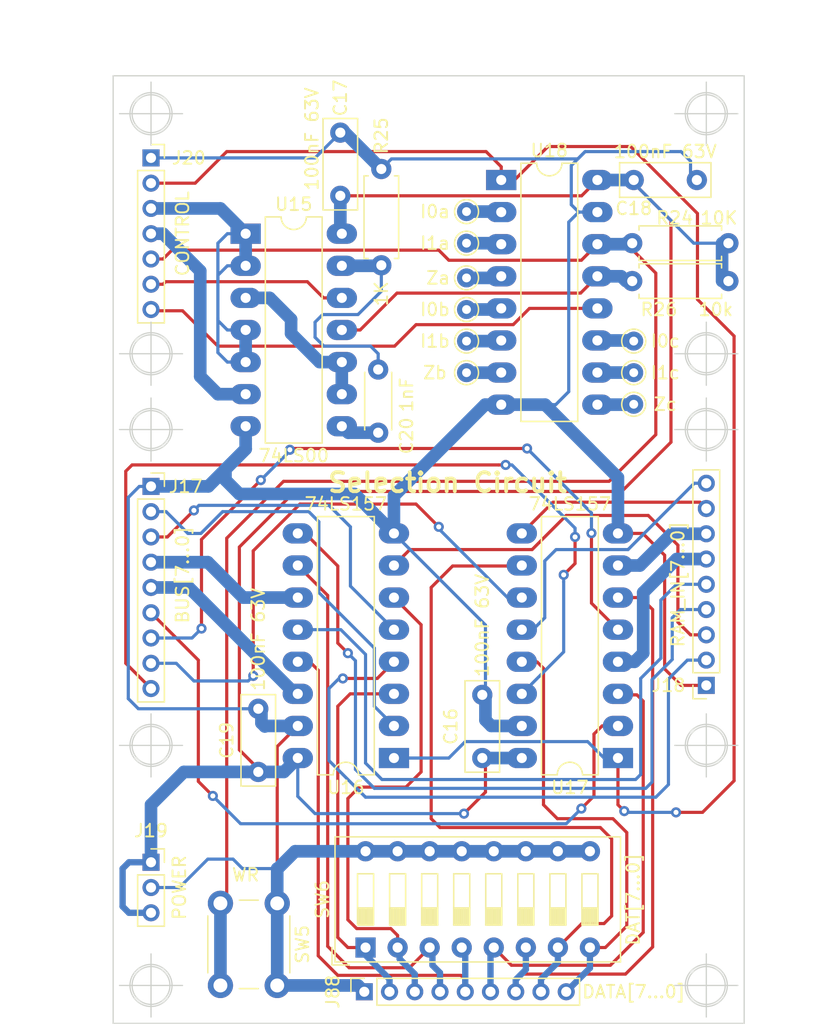
<source format=kicad_pcb>
(kicad_pcb (version 20171130) (host pcbnew 5.1.5+dfsg1-2build2)

  (general
    (thickness 1.6)
    (drawings 29)
    (tracks 464)
    (zones 0)
    (modules 28)
    (nets 46)
  )

  (page A4)
  (title_block
    (title "Selection Circuit")
    (date 2021-01-25)
    (rev 2)
    (comment 1 "Tec. Henrique Silva")
  )

  (layers
    (0 F.Cu signal)
    (31 B.Cu signal)
    (32 B.Adhes user)
    (33 F.Adhes user)
    (34 B.Paste user)
    (35 F.Paste user)
    (36 B.SilkS user)
    (37 F.SilkS user)
    (38 B.Mask user)
    (39 F.Mask user)
    (40 Dwgs.User user)
    (41 Cmts.User user)
    (42 Eco1.User user)
    (43 Eco2.User user)
    (44 Edge.Cuts user)
    (45 Margin user)
    (46 B.CrtYd user)
    (47 F.CrtYd user)
    (48 B.Fab user)
    (49 F.Fab user)
  )

  (setup
    (last_trace_width 0.25)
    (trace_clearance 0.2)
    (zone_clearance 0.508)
    (zone_45_only no)
    (trace_min 0.2)
    (via_size 0.8)
    (via_drill 0.4)
    (via_min_size 0.4)
    (via_min_drill 0.3)
    (uvia_size 0.3)
    (uvia_drill 0.1)
    (uvias_allowed no)
    (uvia_min_size 0.2)
    (uvia_min_drill 0.1)
    (edge_width 0.1)
    (segment_width 0.2)
    (pcb_text_width 0.3)
    (pcb_text_size 1.5 1.5)
    (mod_edge_width 0.15)
    (mod_text_size 1 1)
    (mod_text_width 0.15)
    (pad_size 1.524 1.524)
    (pad_drill 0.762)
    (pad_to_mask_clearance 0)
    (aux_axis_origin 0 0)
    (visible_elements FFFFFF7F)
    (pcbplotparams
      (layerselection 0x010fc_ffffffff)
      (usegerberextensions false)
      (usegerberattributes false)
      (usegerberadvancedattributes false)
      (creategerberjobfile false)
      (excludeedgelayer true)
      (linewidth 0.100000)
      (plotframeref false)
      (viasonmask false)
      (mode 1)
      (useauxorigin false)
      (hpglpennumber 1)
      (hpglpenspeed 20)
      (hpglpendiameter 15.000000)
      (psnegative false)
      (psa4output false)
      (plotreference true)
      (plotvalue true)
      (plotinvisibletext false)
      (padsonsilk false)
      (subtractmaskfromsilk false)
      (outputformat 1)
      (mirror false)
      (drillshape 1)
      (scaleselection 1)
      (outputdirectory ""))
  )

  (net 0 "")
  (net 1 GND)
  (net 2 +5V)
  (net 3 "Net-(C20-Pad2)")
  (net 4 "Net-(C20-Pad1)")
  (net 5 bus7)
  (net 6 bus6)
  (net 7 bus5)
  (net 8 bus4)
  (net 9 bus3)
  (net 10 bus2)
  (net 11 bus1)
  (net 12 bus0)
  (net 13 ram_in7)
  (net 14 ram_in6)
  (net 15 ram_in5)
  (net 16 ram_in4)
  (net 17 ram_in3)
  (net 18 ram_in2)
  (net 19 ram_in1)
  (net 20 ram_in0)
  (net 21 \WE)
  (net 22 RAM_IN)
  (net 23 WR_BUTTON)
  (net 24 \CLOCK)
  (net 25 CLOCK)
  (net 26 \Program,Run)
  (net 27 /dat7)
  (net 28 /dat6)
  (net 29 /dat5)
  (net 30 /dat4)
  (net 31 /dat3)
  (net 32 /dat2)
  (net 33 /dat1)
  (net 34 /dat0)
  (net 35 "Net-(R26-Pad2)")
  (net 36 "Net-(TP26-Pad1)")
  (net 37 "Net-(TP27-Pad1)")
  (net 38 "Net-(TP28-Pad1)")
  (net 39 "Net-(TP29-Pad1)")
  (net 40 "Net-(TP30-Pad1)")
  (net 41 "Net-(TP31-Pad1)")
  (net 42 "Net-(TP32-Pad1)")
  (net 43 "Net-(TP33-Pad1)")
  (net 44 "Net-(TP34-Pad1)")
  (net 45 "Net-(U15-Pad10)")

  (net_class Default "This is the default net class."
    (clearance 0.2)
    (trace_width 0.25)
    (via_dia 0.8)
    (via_drill 0.4)
    (uvia_dia 0.3)
    (uvia_drill 0.1)
    (add_net +5V)
    (add_net /dat0)
    (add_net /dat1)
    (add_net /dat2)
    (add_net /dat3)
    (add_net /dat4)
    (add_net /dat5)
    (add_net /dat6)
    (add_net /dat7)
    (add_net CLOCK)
    (add_net GND)
    (add_net "Net-(C20-Pad1)")
    (add_net "Net-(C20-Pad2)")
    (add_net "Net-(R26-Pad2)")
    (add_net "Net-(TP26-Pad1)")
    (add_net "Net-(TP27-Pad1)")
    (add_net "Net-(TP28-Pad1)")
    (add_net "Net-(TP29-Pad1)")
    (add_net "Net-(TP30-Pad1)")
    (add_net "Net-(TP31-Pad1)")
    (add_net "Net-(TP32-Pad1)")
    (add_net "Net-(TP33-Pad1)")
    (add_net "Net-(TP34-Pad1)")
    (add_net "Net-(U15-Pad10)")
    (add_net RAM_IN)
    (add_net WR_BUTTON)
    (add_net \CLOCK)
    (add_net \Program,Run)
    (add_net \WE)
    (add_net bus0)
    (add_net bus1)
    (add_net bus2)
    (add_net bus3)
    (add_net bus4)
    (add_net bus5)
    (add_net bus6)
    (add_net bus7)
    (add_net ram_in0)
    (add_net ram_in1)
    (add_net ram_in2)
    (add_net ram_in3)
    (add_net ram_in4)
    (add_net ram_in5)
    (add_net ram_in6)
    (add_net ram_in7)
  )

  (module Package_DIP:DIP-16_W7.62mm_LongPads (layer F.Cu) (tedit 5A02E8C5) (tstamp 600F4247)
    (at 146.75 65.25)
    (descr "16-lead though-hole mounted DIP package, row spacing 7.62 mm (300 mils), LongPads")
    (tags "THT DIP DIL PDIP 2.54mm 7.62mm 300mil LongPads")
    (path /60474B5A)
    (fp_text reference U18 (at 3.81 -2.33) (layer F.SilkS)
      (effects (font (size 1 1) (thickness 0.15)))
    )
    (fp_text value 74LS157 (at 3.81 20.11) (layer F.Fab)
      (effects (font (size 1 1) (thickness 0.15)))
    )
    (fp_text user %R (at 3.81 8.89) (layer F.Fab)
      (effects (font (size 1 1) (thickness 0.15)))
    )
    (fp_line (start 9.1 -1.55) (end -1.45 -1.55) (layer F.CrtYd) (width 0.05))
    (fp_line (start 9.1 19.3) (end 9.1 -1.55) (layer F.CrtYd) (width 0.05))
    (fp_line (start -1.45 19.3) (end 9.1 19.3) (layer F.CrtYd) (width 0.05))
    (fp_line (start -1.45 -1.55) (end -1.45 19.3) (layer F.CrtYd) (width 0.05))
    (fp_line (start 6.06 -1.33) (end 4.81 -1.33) (layer F.SilkS) (width 0.12))
    (fp_line (start 6.06 19.11) (end 6.06 -1.33) (layer F.SilkS) (width 0.12))
    (fp_line (start 1.56 19.11) (end 6.06 19.11) (layer F.SilkS) (width 0.12))
    (fp_line (start 1.56 -1.33) (end 1.56 19.11) (layer F.SilkS) (width 0.12))
    (fp_line (start 2.81 -1.33) (end 1.56 -1.33) (layer F.SilkS) (width 0.12))
    (fp_line (start 0.635 -0.27) (end 1.635 -1.27) (layer F.Fab) (width 0.1))
    (fp_line (start 0.635 19.05) (end 0.635 -0.27) (layer F.Fab) (width 0.1))
    (fp_line (start 6.985 19.05) (end 0.635 19.05) (layer F.Fab) (width 0.1))
    (fp_line (start 6.985 -1.27) (end 6.985 19.05) (layer F.Fab) (width 0.1))
    (fp_line (start 1.635 -1.27) (end 6.985 -1.27) (layer F.Fab) (width 0.1))
    (fp_arc (start 3.81 -1.33) (end 2.81 -1.33) (angle -180) (layer F.SilkS) (width 0.12))
    (pad 16 thru_hole oval (at 7.62 0) (size 2.4 1.6) (drill 0.8) (layers *.Cu *.Mask)
      (net 2 +5V))
    (pad 8 thru_hole oval (at 0 17.78) (size 2.4 1.6) (drill 0.8) (layers *.Cu *.Mask)
      (net 1 GND))
    (pad 15 thru_hole oval (at 7.62 2.54) (size 2.4 1.6) (drill 0.8) (layers *.Cu *.Mask)
      (net 1 GND))
    (pad 7 thru_hole oval (at 0 15.24) (size 2.4 1.6) (drill 0.8) (layers *.Cu *.Mask)
      (net 43 "Net-(TP33-Pad1)"))
    (pad 14 thru_hole oval (at 7.62 5.08) (size 2.4 1.6) (drill 0.8) (layers *.Cu *.Mask)
      (net 23 WR_BUTTON))
    (pad 6 thru_hole oval (at 0 12.7) (size 2.4 1.6) (drill 0.8) (layers *.Cu *.Mask)
      (net 39 "Net-(TP29-Pad1)"))
    (pad 13 thru_hole oval (at 7.62 7.62) (size 2.4 1.6) (drill 0.8) (layers *.Cu *.Mask)
      (net 35 "Net-(R26-Pad2)"))
    (pad 5 thru_hole oval (at 0 10.16) (size 2.4 1.6) (drill 0.8) (layers *.Cu *.Mask)
      (net 38 "Net-(TP28-Pad1)"))
    (pad 12 thru_hole oval (at 7.62 10.16) (size 2.4 1.6) (drill 0.8) (layers *.Cu *.Mask)
      (net 21 \WE))
    (pad 4 thru_hole oval (at 0 7.62) (size 2.4 1.6) (drill 0.8) (layers *.Cu *.Mask)
      (net 42 "Net-(TP32-Pad1)"))
    (pad 11 thru_hole oval (at 7.62 12.7) (size 2.4 1.6) (drill 0.8) (layers *.Cu *.Mask)
      (net 40 "Net-(TP30-Pad1)"))
    (pad 3 thru_hole oval (at 0 5.08) (size 2.4 1.6) (drill 0.8) (layers *.Cu *.Mask)
      (net 37 "Net-(TP27-Pad1)"))
    (pad 10 thru_hole oval (at 7.62 15.24) (size 2.4 1.6) (drill 0.8) (layers *.Cu *.Mask)
      (net 41 "Net-(TP31-Pad1)"))
    (pad 2 thru_hole oval (at 0 2.54) (size 2.4 1.6) (drill 0.8) (layers *.Cu *.Mask)
      (net 36 "Net-(TP26-Pad1)"))
    (pad 9 thru_hole oval (at 7.62 17.78) (size 2.4 1.6) (drill 0.8) (layers *.Cu *.Mask)
      (net 44 "Net-(TP34-Pad1)"))
    (pad 1 thru_hole rect (at 0 0) (size 2.4 1.6) (drill 0.8) (layers *.Cu *.Mask)
      (net 26 \Program,Run))
    (model ${KISYS3DMOD}/Package_DIP.3dshapes/DIP-16_W7.62mm.wrl
      (at (xyz 0 0 0))
      (scale (xyz 1 1 1))
      (rotate (xyz 0 0 0))
    )
  )

  (module Package_DIP:DIP-16_W7.62mm_LongPads (layer F.Cu) (tedit 5A02E8C5) (tstamp 600F4223)
    (at 156 111 180)
    (descr "16-lead though-hole mounted DIP package, row spacing 7.62 mm (300 mils), LongPads")
    (tags "THT DIP DIL PDIP 2.54mm 7.62mm 300mil LongPads")
    (path /60BFF164)
    (fp_text reference U17 (at 3.81 -2.33) (layer F.SilkS)
      (effects (font (size 1 1) (thickness 0.15)))
    )
    (fp_text value 74LS157 (at 3.81 20.11) (layer F.SilkS)
      (effects (font (size 1 1) (thickness 0.15)))
    )
    (fp_text user %R (at 3.81 8.89) (layer F.Fab)
      (effects (font (size 1 1) (thickness 0.15)))
    )
    (fp_line (start 9.1 -1.55) (end -1.45 -1.55) (layer F.CrtYd) (width 0.05))
    (fp_line (start 9.1 19.3) (end 9.1 -1.55) (layer F.CrtYd) (width 0.05))
    (fp_line (start -1.45 19.3) (end 9.1 19.3) (layer F.CrtYd) (width 0.05))
    (fp_line (start -1.45 -1.55) (end -1.45 19.3) (layer F.CrtYd) (width 0.05))
    (fp_line (start 6.06 -1.33) (end 4.81 -1.33) (layer F.SilkS) (width 0.12))
    (fp_line (start 6.06 19.11) (end 6.06 -1.33) (layer F.SilkS) (width 0.12))
    (fp_line (start 1.56 19.11) (end 6.06 19.11) (layer F.SilkS) (width 0.12))
    (fp_line (start 1.56 -1.33) (end 1.56 19.11) (layer F.SilkS) (width 0.12))
    (fp_line (start 2.81 -1.33) (end 1.56 -1.33) (layer F.SilkS) (width 0.12))
    (fp_line (start 0.635 -0.27) (end 1.635 -1.27) (layer F.Fab) (width 0.1))
    (fp_line (start 0.635 19.05) (end 0.635 -0.27) (layer F.Fab) (width 0.1))
    (fp_line (start 6.985 19.05) (end 0.635 19.05) (layer F.Fab) (width 0.1))
    (fp_line (start 6.985 -1.27) (end 6.985 19.05) (layer F.Fab) (width 0.1))
    (fp_line (start 1.635 -1.27) (end 6.985 -1.27) (layer F.Fab) (width 0.1))
    (fp_arc (start 3.81 -1.33) (end 2.81 -1.33) (angle -180) (layer F.SilkS) (width 0.12))
    (pad 16 thru_hole oval (at 7.62 0 180) (size 2.4 1.6) (drill 0.8) (layers *.Cu *.Mask)
      (net 2 +5V))
    (pad 8 thru_hole oval (at 0 17.78 180) (size 2.4 1.6) (drill 0.8) (layers *.Cu *.Mask)
      (net 1 GND))
    (pad 15 thru_hole oval (at 7.62 2.54 180) (size 2.4 1.6) (drill 0.8) (layers *.Cu *.Mask)
      (net 1 GND))
    (pad 7 thru_hole oval (at 0 15.24 180) (size 2.4 1.6) (drill 0.8) (layers *.Cu *.Mask)
      (net 15 ram_in5))
    (pad 14 thru_hole oval (at 7.62 5.08 180) (size 2.4 1.6) (drill 0.8) (layers *.Cu *.Mask)
      (net 5 bus7))
    (pad 6 thru_hole oval (at 0 12.7 180) (size 2.4 1.6) (drill 0.8) (layers *.Cu *.Mask)
      (net 29 /dat5))
    (pad 13 thru_hole oval (at 7.62 7.62 180) (size 2.4 1.6) (drill 0.8) (layers *.Cu *.Mask)
      (net 27 /dat7))
    (pad 5 thru_hole oval (at 0 10.16 180) (size 2.4 1.6) (drill 0.8) (layers *.Cu *.Mask)
      (net 7 bus5))
    (pad 12 thru_hole oval (at 7.62 10.16 180) (size 2.4 1.6) (drill 0.8) (layers *.Cu *.Mask)
      (net 13 ram_in7))
    (pad 4 thru_hole oval (at 0 7.62 180) (size 2.4 1.6) (drill 0.8) (layers *.Cu *.Mask)
      (net 16 ram_in4))
    (pad 11 thru_hole oval (at 7.62 12.7 180) (size 2.4 1.6) (drill 0.8) (layers *.Cu *.Mask)
      (net 6 bus6))
    (pad 3 thru_hole oval (at 0 5.08 180) (size 2.4 1.6) (drill 0.8) (layers *.Cu *.Mask)
      (net 30 /dat4))
    (pad 10 thru_hole oval (at 7.62 15.24 180) (size 2.4 1.6) (drill 0.8) (layers *.Cu *.Mask)
      (net 28 /dat6))
    (pad 2 thru_hole oval (at 0 2.54 180) (size 2.4 1.6) (drill 0.8) (layers *.Cu *.Mask)
      (net 8 bus4))
    (pad 9 thru_hole oval (at 7.62 17.78 180) (size 2.4 1.6) (drill 0.8) (layers *.Cu *.Mask)
      (net 14 ram_in6))
    (pad 1 thru_hole rect (at 0 0 180) (size 2.4 1.6) (drill 0.8) (layers *.Cu *.Mask)
      (net 26 \Program,Run))
    (model ${KISYS3DMOD}/Package_DIP.3dshapes/DIP-16_W7.62mm.wrl
      (at (xyz 0 0 0))
      (scale (xyz 1 1 1))
      (rotate (xyz 0 0 0))
    )
  )

  (module Package_DIP:DIP-16_W7.62mm_LongPads (layer F.Cu) (tedit 5A02E8C5) (tstamp 600F41FF)
    (at 138.25 111 180)
    (descr "16-lead though-hole mounted DIP package, row spacing 7.62 mm (300 mils), LongPads")
    (tags "THT DIP DIL PDIP 2.54mm 7.62mm 300mil LongPads")
    (path /60BC52F3)
    (fp_text reference U16 (at 3.81 -2.33) (layer F.SilkS)
      (effects (font (size 1 1) (thickness 0.15)))
    )
    (fp_text value 74LS157 (at 3.81 20.11) (layer F.SilkS)
      (effects (font (size 1 1) (thickness 0.15)))
    )
    (fp_text user %R (at 3.81 8.89) (layer F.Fab)
      (effects (font (size 1 1) (thickness 0.15)))
    )
    (fp_line (start 9.1 -1.55) (end -1.45 -1.55) (layer F.CrtYd) (width 0.05))
    (fp_line (start 9.1 19.3) (end 9.1 -1.55) (layer F.CrtYd) (width 0.05))
    (fp_line (start -1.45 19.3) (end 9.1 19.3) (layer F.CrtYd) (width 0.05))
    (fp_line (start -1.45 -1.55) (end -1.45 19.3) (layer F.CrtYd) (width 0.05))
    (fp_line (start 6.06 -1.33) (end 4.81 -1.33) (layer F.SilkS) (width 0.12))
    (fp_line (start 6.06 19.11) (end 6.06 -1.33) (layer F.SilkS) (width 0.12))
    (fp_line (start 1.56 19.11) (end 6.06 19.11) (layer F.SilkS) (width 0.12))
    (fp_line (start 1.56 -1.33) (end 1.56 19.11) (layer F.SilkS) (width 0.12))
    (fp_line (start 2.81 -1.33) (end 1.56 -1.33) (layer F.SilkS) (width 0.12))
    (fp_line (start 0.635 -0.27) (end 1.635 -1.27) (layer F.Fab) (width 0.1))
    (fp_line (start 0.635 19.05) (end 0.635 -0.27) (layer F.Fab) (width 0.1))
    (fp_line (start 6.985 19.05) (end 0.635 19.05) (layer F.Fab) (width 0.1))
    (fp_line (start 6.985 -1.27) (end 6.985 19.05) (layer F.Fab) (width 0.1))
    (fp_line (start 1.635 -1.27) (end 6.985 -1.27) (layer F.Fab) (width 0.1))
    (fp_arc (start 3.81 -1.33) (end 2.81 -1.33) (angle -180) (layer F.SilkS) (width 0.12))
    (pad 16 thru_hole oval (at 7.62 0 180) (size 2.4 1.6) (drill 0.8) (layers *.Cu *.Mask)
      (net 2 +5V))
    (pad 8 thru_hole oval (at 0 17.78 180) (size 2.4 1.6) (drill 0.8) (layers *.Cu *.Mask)
      (net 1 GND))
    (pad 15 thru_hole oval (at 7.62 2.54 180) (size 2.4 1.6) (drill 0.8) (layers *.Cu *.Mask)
      (net 1 GND))
    (pad 7 thru_hole oval (at 0 15.24 180) (size 2.4 1.6) (drill 0.8) (layers *.Cu *.Mask)
      (net 19 ram_in1))
    (pad 14 thru_hole oval (at 7.62 5.08 180) (size 2.4 1.6) (drill 0.8) (layers *.Cu *.Mask)
      (net 9 bus3))
    (pad 6 thru_hole oval (at 0 12.7 180) (size 2.4 1.6) (drill 0.8) (layers *.Cu *.Mask)
      (net 33 /dat1))
    (pad 13 thru_hole oval (at 7.62 7.62 180) (size 2.4 1.6) (drill 0.8) (layers *.Cu *.Mask)
      (net 31 /dat3))
    (pad 5 thru_hole oval (at 0 10.16 180) (size 2.4 1.6) (drill 0.8) (layers *.Cu *.Mask)
      (net 11 bus1))
    (pad 12 thru_hole oval (at 7.62 10.16 180) (size 2.4 1.6) (drill 0.8) (layers *.Cu *.Mask)
      (net 17 ram_in3))
    (pad 4 thru_hole oval (at 0 7.62 180) (size 2.4 1.6) (drill 0.8) (layers *.Cu *.Mask)
      (net 20 ram_in0))
    (pad 11 thru_hole oval (at 7.62 12.7 180) (size 2.4 1.6) (drill 0.8) (layers *.Cu *.Mask)
      (net 10 bus2))
    (pad 3 thru_hole oval (at 0 5.08 180) (size 2.4 1.6) (drill 0.8) (layers *.Cu *.Mask)
      (net 34 /dat0))
    (pad 10 thru_hole oval (at 7.62 15.24 180) (size 2.4 1.6) (drill 0.8) (layers *.Cu *.Mask)
      (net 32 /dat2))
    (pad 2 thru_hole oval (at 0 2.54 180) (size 2.4 1.6) (drill 0.8) (layers *.Cu *.Mask)
      (net 12 bus0))
    (pad 9 thru_hole oval (at 7.62 17.78 180) (size 2.4 1.6) (drill 0.8) (layers *.Cu *.Mask)
      (net 18 ram_in2))
    (pad 1 thru_hole rect (at 0 0 180) (size 2.4 1.6) (drill 0.8) (layers *.Cu *.Mask)
      (net 26 \Program,Run))
    (model ${KISYS3DMOD}/Package_DIP.3dshapes/DIP-16_W7.62mm.wrl
      (at (xyz 0 0 0))
      (scale (xyz 1 1 1))
      (rotate (xyz 0 0 0))
    )
  )

  (module Package_DIP:DIP-14_W7.62mm_LongPads (layer F.Cu) (tedit 5A02E8C5) (tstamp 600F41DB)
    (at 126.5 69.5)
    (descr "14-lead though-hole mounted DIP package, row spacing 7.62 mm (300 mils), LongPads")
    (tags "THT DIP DIL PDIP 2.54mm 7.62mm 300mil LongPads")
    (path /60D9A0DB)
    (fp_text reference U15 (at 3.81 -2.33) (layer F.SilkS)
      (effects (font (size 1 1) (thickness 0.15)))
    )
    (fp_text value 74LS00 (at 3.81 17.57) (layer F.SilkS)
      (effects (font (size 1 1) (thickness 0.15)))
    )
    (fp_text user %R (at 3.81 7.62) (layer F.Fab)
      (effects (font (size 1 1) (thickness 0.15)))
    )
    (fp_line (start 9.1 -1.55) (end -1.45 -1.55) (layer F.CrtYd) (width 0.05))
    (fp_line (start 9.1 16.8) (end 9.1 -1.55) (layer F.CrtYd) (width 0.05))
    (fp_line (start -1.45 16.8) (end 9.1 16.8) (layer F.CrtYd) (width 0.05))
    (fp_line (start -1.45 -1.55) (end -1.45 16.8) (layer F.CrtYd) (width 0.05))
    (fp_line (start 6.06 -1.33) (end 4.81 -1.33) (layer F.SilkS) (width 0.12))
    (fp_line (start 6.06 16.57) (end 6.06 -1.33) (layer F.SilkS) (width 0.12))
    (fp_line (start 1.56 16.57) (end 6.06 16.57) (layer F.SilkS) (width 0.12))
    (fp_line (start 1.56 -1.33) (end 1.56 16.57) (layer F.SilkS) (width 0.12))
    (fp_line (start 2.81 -1.33) (end 1.56 -1.33) (layer F.SilkS) (width 0.12))
    (fp_line (start 0.635 -0.27) (end 1.635 -1.27) (layer F.Fab) (width 0.1))
    (fp_line (start 0.635 16.51) (end 0.635 -0.27) (layer F.Fab) (width 0.1))
    (fp_line (start 6.985 16.51) (end 0.635 16.51) (layer F.Fab) (width 0.1))
    (fp_line (start 6.985 -1.27) (end 6.985 16.51) (layer F.Fab) (width 0.1))
    (fp_line (start 1.635 -1.27) (end 6.985 -1.27) (layer F.Fab) (width 0.1))
    (fp_arc (start 3.81 -1.33) (end 2.81 -1.33) (angle -180) (layer F.SilkS) (width 0.12))
    (pad 14 thru_hole oval (at 7.62 0) (size 2.4 1.6) (drill 0.8) (layers *.Cu *.Mask)
      (net 2 +5V))
    (pad 7 thru_hole oval (at 0 15.24) (size 2.4 1.6) (drill 0.8) (layers *.Cu *.Mask)
      (net 1 GND))
    (pad 13 thru_hole oval (at 7.62 2.54) (size 2.4 1.6) (drill 0.8) (layers *.Cu *.Mask)
      (net 4 "Net-(C20-Pad1)"))
    (pad 6 thru_hole oval (at 0 12.7) (size 2.4 1.6) (drill 0.8) (layers *.Cu *.Mask)
      (net 24 \CLOCK))
    (pad 12 thru_hole oval (at 7.62 5.08) (size 2.4 1.6) (drill 0.8) (layers *.Cu *.Mask)
      (net 22 RAM_IN))
    (pad 5 thru_hole oval (at 0 10.16) (size 2.4 1.6) (drill 0.8) (layers *.Cu *.Mask)
      (net 25 CLOCK))
    (pad 11 thru_hole oval (at 7.62 7.62) (size 2.4 1.6) (drill 0.8) (layers *.Cu *.Mask)
      (net 35 "Net-(R26-Pad2)"))
    (pad 4 thru_hole oval (at 0 7.62) (size 2.4 1.6) (drill 0.8) (layers *.Cu *.Mask)
      (net 25 CLOCK))
    (pad 10 thru_hole oval (at 7.62 10.16) (size 2.4 1.6) (drill 0.8) (layers *.Cu *.Mask)
      (net 45 "Net-(U15-Pad10)"))
    (pad 3 thru_hole oval (at 0 5.08) (size 2.4 1.6) (drill 0.8) (layers *.Cu *.Mask)
      (net 45 "Net-(U15-Pad10)"))
    (pad 9 thru_hole oval (at 7.62 12.7) (size 2.4 1.6) (drill 0.8) (layers *.Cu *.Mask)
      (net 45 "Net-(U15-Pad10)"))
    (pad 2 thru_hole oval (at 0 2.54) (size 2.4 1.6) (drill 0.8) (layers *.Cu *.Mask)
      (net 25 CLOCK))
    (pad 8 thru_hole oval (at 7.62 15.24) (size 2.4 1.6) (drill 0.8) (layers *.Cu *.Mask)
      (net 3 "Net-(C20-Pad2)"))
    (pad 1 thru_hole rect (at 0 0) (size 2.4 1.6) (drill 0.8) (layers *.Cu *.Mask)
      (net 25 CLOCK))
    (model ${KISYS3DMOD}/Package_DIP.3dshapes/DIP-14_W7.62mm.wrl
      (at (xyz 0 0 0))
      (scale (xyz 1 1 1))
      (rotate (xyz 0 0 0))
    )
  )

  (module TestPoint:TestPoint_THTPad_D1.5mm_Drill0.7mm (layer F.Cu) (tedit 5A0F774F) (tstamp 600F41B9)
    (at 157.25 83)
    (descr "THT pad as test Point, diameter 1.5mm, hole diameter 0.7mm")
    (tags "test point THT pad")
    (path /64686EB3)
    (attr virtual)
    (fp_text reference TP34 (at 3 1.25) (layer F.Fab)
      (effects (font (size 1 1) (thickness 0.15)))
    )
    (fp_text value Zc (at 2.5 0) (layer F.SilkS)
      (effects (font (size 1 1) (thickness 0.15)))
    )
    (fp_circle (center 0 0) (end 0 0.95) (layer F.SilkS) (width 0.12))
    (fp_circle (center 0 0) (end 1.25 0) (layer F.CrtYd) (width 0.05))
    (fp_text user %R (at 3 1.25) (layer F.Fab)
      (effects (font (size 1 1) (thickness 0.15)))
    )
    (pad 1 thru_hole circle (at 0 0) (size 1.5 1.5) (drill 0.7) (layers *.Cu *.Mask)
      (net 44 "Net-(TP34-Pad1)"))
  )

  (module TestPoint:TestPoint_THTPad_D1.5mm_Drill0.7mm (layer F.Cu) (tedit 5A0F774F) (tstamp 600F41B1)
    (at 144 80.5)
    (descr "THT pad as test Point, diameter 1.5mm, hole diameter 0.7mm")
    (tags "test point THT pad")
    (path /64686C0B)
    (attr virtual)
    (fp_text reference TP33 (at -3.25 -1.25) (layer F.Fab)
      (effects (font (size 1 1) (thickness 0.15)))
    )
    (fp_text value Zb (at -2.5 0) (layer F.SilkS)
      (effects (font (size 1 1) (thickness 0.15)))
    )
    (fp_circle (center 0 0) (end 0 0.95) (layer F.SilkS) (width 0.12))
    (fp_circle (center 0 0) (end 1.25 0) (layer F.CrtYd) (width 0.05))
    (fp_text user %R (at -3.25 -1.25) (layer F.Fab)
      (effects (font (size 1 1) (thickness 0.15)))
    )
    (pad 1 thru_hole circle (at 0 0) (size 1.5 1.5) (drill 0.7) (layers *.Cu *.Mask)
      (net 43 "Net-(TP33-Pad1)"))
  )

  (module TestPoint:TestPoint_THTPad_D1.5mm_Drill0.7mm (layer F.Cu) (tedit 5A0F774F) (tstamp 600F41A9)
    (at 144 73)
    (descr "THT pad as test Point, diameter 1.5mm, hole diameter 0.7mm")
    (tags "test point THT pad")
    (path /64686878)
    (attr virtual)
    (fp_text reference TP32 (at -3.25 -1.25) (layer F.Fab)
      (effects (font (size 1 1) (thickness 0.15)))
    )
    (fp_text value Za (at -2.25 0) (layer F.SilkS)
      (effects (font (size 1 1) (thickness 0.15)))
    )
    (fp_circle (center 0 0) (end 0 0.95) (layer F.SilkS) (width 0.12))
    (fp_circle (center 0 0) (end 1.25 0) (layer F.CrtYd) (width 0.05))
    (fp_text user %R (at -3.25 -1.25) (layer F.Fab)
      (effects (font (size 1 1) (thickness 0.15)))
    )
    (pad 1 thru_hole circle (at 0 0) (size 1.5 1.5) (drill 0.7) (layers *.Cu *.Mask)
      (net 42 "Net-(TP32-Pad1)"))
  )

  (module TestPoint:TestPoint_THTPad_D1.5mm_Drill0.7mm (layer F.Cu) (tedit 5A0F774F) (tstamp 600F41A1)
    (at 157.25 80.5)
    (descr "THT pad as test Point, diameter 1.5mm, hole diameter 0.7mm")
    (tags "test point THT pad")
    (path /646A0E52)
    (attr virtual)
    (fp_text reference TP31 (at 3 1.25) (layer F.Fab)
      (effects (font (size 1 1) (thickness 0.15)))
    )
    (fp_text value I1c (at 2.5 0) (layer F.SilkS)
      (effects (font (size 1 1) (thickness 0.15)))
    )
    (fp_circle (center 0 0) (end 0 0.95) (layer F.SilkS) (width 0.12))
    (fp_circle (center 0 0) (end 1.25 0) (layer F.CrtYd) (width 0.05))
    (fp_text user %R (at 3 1.25) (layer F.Fab)
      (effects (font (size 1 1) (thickness 0.15)))
    )
    (pad 1 thru_hole circle (at 0 0) (size 1.5 1.5) (drill 0.7) (layers *.Cu *.Mask)
      (net 41 "Net-(TP31-Pad1)"))
  )

  (module TestPoint:TestPoint_THTPad_D1.5mm_Drill0.7mm (layer F.Cu) (tedit 5A0F774F) (tstamp 600F4199)
    (at 157.25 78)
    (descr "THT pad as test Point, diameter 1.5mm, hole diameter 0.7mm")
    (tags "test point THT pad")
    (path /646A0E4C)
    (attr virtual)
    (fp_text reference TP30 (at 2.75 1.25) (layer F.Fab)
      (effects (font (size 1 1) (thickness 0.15)))
    )
    (fp_text value I0c (at 2.5 0) (layer F.SilkS)
      (effects (font (size 1 1) (thickness 0.15)))
    )
    (fp_circle (center 0 0) (end 0 0.95) (layer F.SilkS) (width 0.12))
    (fp_circle (center 0 0) (end 1.25 0) (layer F.CrtYd) (width 0.05))
    (fp_text user %R (at 2.75 1.25) (layer F.Fab)
      (effects (font (size 1 1) (thickness 0.15)))
    )
    (pad 1 thru_hole circle (at 0 0) (size 1.5 1.5) (drill 0.7) (layers *.Cu *.Mask)
      (net 40 "Net-(TP30-Pad1)"))
  )

  (module TestPoint:TestPoint_THTPad_D1.5mm_Drill0.7mm (layer F.Cu) (tedit 5A0F774F) (tstamp 600F6EBA)
    (at 144 78)
    (descr "THT pad as test Point, diameter 1.5mm, hole diameter 0.7mm")
    (tags "test point THT pad")
    (path /6468F5C3)
    (attr virtual)
    (fp_text reference TP29 (at -3.25 -1.25) (layer F.Fab)
      (effects (font (size 1 1) (thickness 0.15)))
    )
    (fp_text value I1b (at -2.5 0) (layer F.SilkS)
      (effects (font (size 1 1) (thickness 0.15)))
    )
    (fp_circle (center 0 0) (end 0 0.95) (layer F.SilkS) (width 0.12))
    (fp_circle (center 0 0) (end 1.25 0) (layer F.CrtYd) (width 0.05))
    (fp_text user %R (at -3.25 -1.25) (layer F.Fab)
      (effects (font (size 1 1) (thickness 0.15)))
    )
    (pad 1 thru_hole circle (at 0 0) (size 1.5 1.5) (drill 0.7) (layers *.Cu *.Mask)
      (net 39 "Net-(TP29-Pad1)"))
  )

  (module TestPoint:TestPoint_THTPad_D1.5mm_Drill0.7mm (layer F.Cu) (tedit 5A0F774F) (tstamp 600F4189)
    (at 144 75.5)
    (descr "THT pad as test Point, diameter 1.5mm, hole diameter 0.7mm")
    (tags "test point THT pad")
    (path /6468895D)
    (attr virtual)
    (fp_text reference TP28 (at -3.25 -1.25) (layer F.Fab)
      (effects (font (size 1 1) (thickness 0.15)))
    )
    (fp_text value I0b (at -2.5 0) (layer F.SilkS)
      (effects (font (size 1 1) (thickness 0.15)))
    )
    (fp_circle (center 0 0) (end 0 0.95) (layer F.SilkS) (width 0.12))
    (fp_circle (center 0 0) (end 1.25 0) (layer F.CrtYd) (width 0.05))
    (fp_text user %R (at -3.25 -1.25) (layer F.Fab)
      (effects (font (size 1 1) (thickness 0.15)))
    )
    (pad 1 thru_hole circle (at 0 0) (size 1.5 1.5) (drill 0.7) (layers *.Cu *.Mask)
      (net 38 "Net-(TP28-Pad1)"))
  )

  (module TestPoint:TestPoint_THTPad_D1.5mm_Drill0.7mm (layer F.Cu) (tedit 5A0F774F) (tstamp 600F4181)
    (at 144 70.25)
    (descr "THT pad as test Point, diameter 1.5mm, hole diameter 0.7mm")
    (tags "test point THT pad")
    (path /6468F5BD)
    (attr virtual)
    (fp_text reference TP27 (at -3.25 -1.25) (layer F.Fab)
      (effects (font (size 1 1) (thickness 0.15)))
    )
    (fp_text value I1a (at -2.5 0) (layer F.SilkS)
      (effects (font (size 1 1) (thickness 0.15)))
    )
    (fp_circle (center 0 0) (end 0 0.95) (layer F.SilkS) (width 0.12))
    (fp_circle (center 0 0) (end 1.25 0) (layer F.CrtYd) (width 0.05))
    (fp_text user %R (at -3.25 -1.25) (layer F.Fab)
      (effects (font (size 1 1) (thickness 0.15)))
    )
    (pad 1 thru_hole circle (at 0 0) (size 1.5 1.5) (drill 0.7) (layers *.Cu *.Mask)
      (net 37 "Net-(TP27-Pad1)"))
  )

  (module TestPoint:TestPoint_THTPad_D1.5mm_Drill0.7mm (layer F.Cu) (tedit 5A0F774F) (tstamp 600F4179)
    (at 144 67.75)
    (descr "THT pad as test Point, diameter 1.5mm, hole diameter 0.7mm")
    (tags "test point THT pad")
    (path /64688957)
    (attr virtual)
    (fp_text reference TP26 (at -3.25 -1.5) (layer F.Fab)
      (effects (font (size 1 1) (thickness 0.15)))
    )
    (fp_text value I0a (at -2.5 0) (layer F.SilkS)
      (effects (font (size 1 1) (thickness 0.15)))
    )
    (fp_circle (center 0 0) (end 0 0.95) (layer F.SilkS) (width 0.12))
    (fp_circle (center 0 0) (end 1.25 0) (layer F.CrtYd) (width 0.05))
    (fp_text user %R (at -3.25 -1.5) (layer F.Fab)
      (effects (font (size 1 1) (thickness 0.15)))
    )
    (pad 1 thru_hole circle (at 0 0) (size 1.5 1.5) (drill 0.7) (layers *.Cu *.Mask)
      (net 36 "Net-(TP26-Pad1)"))
  )

  (module Button_Switch_THT:SW_DIP_SPSTx08_Slide_9.78x22.5mm_W7.62mm_P2.54mm (layer F.Cu) (tedit 5A4E1405) (tstamp 600F4171)
    (at 136 126 90)
    (descr "8x-dip-switch SPST , Slide, row spacing 7.62 mm (300 mils), body size 9.78x22.5mm (see e.g. https://www.ctscorp.com/wp-content/uploads/206-208.pdf)")
    (tags "DIP Switch SPST Slide 7.62mm 300mil")
    (path /60C2412C)
    (fp_text reference SW6 (at 3.81 -3.42 90) (layer F.SilkS)
      (effects (font (size 1 1) (thickness 0.15)))
    )
    (fp_text value DAT[7...0] (at 3.81 21.2 90) (layer F.SilkS)
      (effects (font (size 1 1) (thickness 0.15)))
    )
    (fp_text user on (at 5.365 -1.4975 90) (layer F.Fab)
      (effects (font (size 0.8 0.8) (thickness 0.12)))
    )
    (fp_text user %R (at 7.27 8.89) (layer F.Fab)
      (effects (font (size 0.8 0.8) (thickness 0.12)))
    )
    (fp_line (start 8.95 -2.7) (end -1.35 -2.7) (layer F.CrtYd) (width 0.05))
    (fp_line (start 8.95 20.5) (end 8.95 -2.7) (layer F.CrtYd) (width 0.05))
    (fp_line (start -1.35 20.5) (end 8.95 20.5) (layer F.CrtYd) (width 0.05))
    (fp_line (start -1.35 -2.7) (end -1.35 20.5) (layer F.CrtYd) (width 0.05))
    (fp_line (start 3.133333 17.145) (end 3.133333 18.415) (layer F.SilkS) (width 0.12))
    (fp_line (start 1.78 18.345) (end 3.133333 18.345) (layer F.SilkS) (width 0.12))
    (fp_line (start 1.78 18.225) (end 3.133333 18.225) (layer F.SilkS) (width 0.12))
    (fp_line (start 1.78 18.105) (end 3.133333 18.105) (layer F.SilkS) (width 0.12))
    (fp_line (start 1.78 17.985) (end 3.133333 17.985) (layer F.SilkS) (width 0.12))
    (fp_line (start 1.78 17.865) (end 3.133333 17.865) (layer F.SilkS) (width 0.12))
    (fp_line (start 1.78 17.745) (end 3.133333 17.745) (layer F.SilkS) (width 0.12))
    (fp_line (start 1.78 17.625) (end 3.133333 17.625) (layer F.SilkS) (width 0.12))
    (fp_line (start 1.78 17.505) (end 3.133333 17.505) (layer F.SilkS) (width 0.12))
    (fp_line (start 1.78 17.385) (end 3.133333 17.385) (layer F.SilkS) (width 0.12))
    (fp_line (start 1.78 17.265) (end 3.133333 17.265) (layer F.SilkS) (width 0.12))
    (fp_line (start 5.84 17.145) (end 1.78 17.145) (layer F.SilkS) (width 0.12))
    (fp_line (start 5.84 18.415) (end 5.84 17.145) (layer F.SilkS) (width 0.12))
    (fp_line (start 1.78 18.415) (end 5.84 18.415) (layer F.SilkS) (width 0.12))
    (fp_line (start 1.78 17.145) (end 1.78 18.415) (layer F.SilkS) (width 0.12))
    (fp_line (start 3.133333 14.605) (end 3.133333 15.875) (layer F.SilkS) (width 0.12))
    (fp_line (start 1.78 15.805) (end 3.133333 15.805) (layer F.SilkS) (width 0.12))
    (fp_line (start 1.78 15.685) (end 3.133333 15.685) (layer F.SilkS) (width 0.12))
    (fp_line (start 1.78 15.565) (end 3.133333 15.565) (layer F.SilkS) (width 0.12))
    (fp_line (start 1.78 15.445) (end 3.133333 15.445) (layer F.SilkS) (width 0.12))
    (fp_line (start 1.78 15.325) (end 3.133333 15.325) (layer F.SilkS) (width 0.12))
    (fp_line (start 1.78 15.205) (end 3.133333 15.205) (layer F.SilkS) (width 0.12))
    (fp_line (start 1.78 15.085) (end 3.133333 15.085) (layer F.SilkS) (width 0.12))
    (fp_line (start 1.78 14.965) (end 3.133333 14.965) (layer F.SilkS) (width 0.12))
    (fp_line (start 1.78 14.845) (end 3.133333 14.845) (layer F.SilkS) (width 0.12))
    (fp_line (start 1.78 14.725) (end 3.133333 14.725) (layer F.SilkS) (width 0.12))
    (fp_line (start 5.84 14.605) (end 1.78 14.605) (layer F.SilkS) (width 0.12))
    (fp_line (start 5.84 15.875) (end 5.84 14.605) (layer F.SilkS) (width 0.12))
    (fp_line (start 1.78 15.875) (end 5.84 15.875) (layer F.SilkS) (width 0.12))
    (fp_line (start 1.78 14.605) (end 1.78 15.875) (layer F.SilkS) (width 0.12))
    (fp_line (start 3.133333 12.065) (end 3.133333 13.335) (layer F.SilkS) (width 0.12))
    (fp_line (start 1.78 13.265) (end 3.133333 13.265) (layer F.SilkS) (width 0.12))
    (fp_line (start 1.78 13.145) (end 3.133333 13.145) (layer F.SilkS) (width 0.12))
    (fp_line (start 1.78 13.025) (end 3.133333 13.025) (layer F.SilkS) (width 0.12))
    (fp_line (start 1.78 12.905) (end 3.133333 12.905) (layer F.SilkS) (width 0.12))
    (fp_line (start 1.78 12.785) (end 3.133333 12.785) (layer F.SilkS) (width 0.12))
    (fp_line (start 1.78 12.665) (end 3.133333 12.665) (layer F.SilkS) (width 0.12))
    (fp_line (start 1.78 12.545) (end 3.133333 12.545) (layer F.SilkS) (width 0.12))
    (fp_line (start 1.78 12.425) (end 3.133333 12.425) (layer F.SilkS) (width 0.12))
    (fp_line (start 1.78 12.305) (end 3.133333 12.305) (layer F.SilkS) (width 0.12))
    (fp_line (start 1.78 12.185) (end 3.133333 12.185) (layer F.SilkS) (width 0.12))
    (fp_line (start 5.84 12.065) (end 1.78 12.065) (layer F.SilkS) (width 0.12))
    (fp_line (start 5.84 13.335) (end 5.84 12.065) (layer F.SilkS) (width 0.12))
    (fp_line (start 1.78 13.335) (end 5.84 13.335) (layer F.SilkS) (width 0.12))
    (fp_line (start 1.78 12.065) (end 1.78 13.335) (layer F.SilkS) (width 0.12))
    (fp_line (start 3.133333 9.525) (end 3.133333 10.795) (layer F.SilkS) (width 0.12))
    (fp_line (start 1.78 10.725) (end 3.133333 10.725) (layer F.SilkS) (width 0.12))
    (fp_line (start 1.78 10.605) (end 3.133333 10.605) (layer F.SilkS) (width 0.12))
    (fp_line (start 1.78 10.485) (end 3.133333 10.485) (layer F.SilkS) (width 0.12))
    (fp_line (start 1.78 10.365) (end 3.133333 10.365) (layer F.SilkS) (width 0.12))
    (fp_line (start 1.78 10.245) (end 3.133333 10.245) (layer F.SilkS) (width 0.12))
    (fp_line (start 1.78 10.125) (end 3.133333 10.125) (layer F.SilkS) (width 0.12))
    (fp_line (start 1.78 10.005) (end 3.133333 10.005) (layer F.SilkS) (width 0.12))
    (fp_line (start 1.78 9.885) (end 3.133333 9.885) (layer F.SilkS) (width 0.12))
    (fp_line (start 1.78 9.765) (end 3.133333 9.765) (layer F.SilkS) (width 0.12))
    (fp_line (start 1.78 9.645) (end 3.133333 9.645) (layer F.SilkS) (width 0.12))
    (fp_line (start 5.84 9.525) (end 1.78 9.525) (layer F.SilkS) (width 0.12))
    (fp_line (start 5.84 10.795) (end 5.84 9.525) (layer F.SilkS) (width 0.12))
    (fp_line (start 1.78 10.795) (end 5.84 10.795) (layer F.SilkS) (width 0.12))
    (fp_line (start 1.78 9.525) (end 1.78 10.795) (layer F.SilkS) (width 0.12))
    (fp_line (start 3.133333 6.985) (end 3.133333 8.255) (layer F.SilkS) (width 0.12))
    (fp_line (start 1.78 8.185) (end 3.133333 8.185) (layer F.SilkS) (width 0.12))
    (fp_line (start 1.78 8.065) (end 3.133333 8.065) (layer F.SilkS) (width 0.12))
    (fp_line (start 1.78 7.945) (end 3.133333 7.945) (layer F.SilkS) (width 0.12))
    (fp_line (start 1.78 7.825) (end 3.133333 7.825) (layer F.SilkS) (width 0.12))
    (fp_line (start 1.78 7.705) (end 3.133333 7.705) (layer F.SilkS) (width 0.12))
    (fp_line (start 1.78 7.585) (end 3.133333 7.585) (layer F.SilkS) (width 0.12))
    (fp_line (start 1.78 7.465) (end 3.133333 7.465) (layer F.SilkS) (width 0.12))
    (fp_line (start 1.78 7.345) (end 3.133333 7.345) (layer F.SilkS) (width 0.12))
    (fp_line (start 1.78 7.225) (end 3.133333 7.225) (layer F.SilkS) (width 0.12))
    (fp_line (start 1.78 7.105) (end 3.133333 7.105) (layer F.SilkS) (width 0.12))
    (fp_line (start 5.84 6.985) (end 1.78 6.985) (layer F.SilkS) (width 0.12))
    (fp_line (start 5.84 8.255) (end 5.84 6.985) (layer F.SilkS) (width 0.12))
    (fp_line (start 1.78 8.255) (end 5.84 8.255) (layer F.SilkS) (width 0.12))
    (fp_line (start 1.78 6.985) (end 1.78 8.255) (layer F.SilkS) (width 0.12))
    (fp_line (start 3.133333 4.445) (end 3.133333 5.715) (layer F.SilkS) (width 0.12))
    (fp_line (start 1.78 5.645) (end 3.133333 5.645) (layer F.SilkS) (width 0.12))
    (fp_line (start 1.78 5.525) (end 3.133333 5.525) (layer F.SilkS) (width 0.12))
    (fp_line (start 1.78 5.405) (end 3.133333 5.405) (layer F.SilkS) (width 0.12))
    (fp_line (start 1.78 5.285) (end 3.133333 5.285) (layer F.SilkS) (width 0.12))
    (fp_line (start 1.78 5.165) (end 3.133333 5.165) (layer F.SilkS) (width 0.12))
    (fp_line (start 1.78 5.045) (end 3.133333 5.045) (layer F.SilkS) (width 0.12))
    (fp_line (start 1.78 4.925) (end 3.133333 4.925) (layer F.SilkS) (width 0.12))
    (fp_line (start 1.78 4.805) (end 3.133333 4.805) (layer F.SilkS) (width 0.12))
    (fp_line (start 1.78 4.685) (end 3.133333 4.685) (layer F.SilkS) (width 0.12))
    (fp_line (start 1.78 4.565) (end 3.133333 4.565) (layer F.SilkS) (width 0.12))
    (fp_line (start 5.84 4.445) (end 1.78 4.445) (layer F.SilkS) (width 0.12))
    (fp_line (start 5.84 5.715) (end 5.84 4.445) (layer F.SilkS) (width 0.12))
    (fp_line (start 1.78 5.715) (end 5.84 5.715) (layer F.SilkS) (width 0.12))
    (fp_line (start 1.78 4.445) (end 1.78 5.715) (layer F.SilkS) (width 0.12))
    (fp_line (start 3.133333 1.905) (end 3.133333 3.175) (layer F.SilkS) (width 0.12))
    (fp_line (start 1.78 3.105) (end 3.133333 3.105) (layer F.SilkS) (width 0.12))
    (fp_line (start 1.78 2.985) (end 3.133333 2.985) (layer F.SilkS) (width 0.12))
    (fp_line (start 1.78 2.865) (end 3.133333 2.865) (layer F.SilkS) (width 0.12))
    (fp_line (start 1.78 2.745) (end 3.133333 2.745) (layer F.SilkS) (width 0.12))
    (fp_line (start 1.78 2.625) (end 3.133333 2.625) (layer F.SilkS) (width 0.12))
    (fp_line (start 1.78 2.505) (end 3.133333 2.505) (layer F.SilkS) (width 0.12))
    (fp_line (start 1.78 2.385) (end 3.133333 2.385) (layer F.SilkS) (width 0.12))
    (fp_line (start 1.78 2.265) (end 3.133333 2.265) (layer F.SilkS) (width 0.12))
    (fp_line (start 1.78 2.145) (end 3.133333 2.145) (layer F.SilkS) (width 0.12))
    (fp_line (start 1.78 2.025) (end 3.133333 2.025) (layer F.SilkS) (width 0.12))
    (fp_line (start 5.84 1.905) (end 1.78 1.905) (layer F.SilkS) (width 0.12))
    (fp_line (start 5.84 3.175) (end 5.84 1.905) (layer F.SilkS) (width 0.12))
    (fp_line (start 1.78 3.175) (end 5.84 3.175) (layer F.SilkS) (width 0.12))
    (fp_line (start 1.78 1.905) (end 1.78 3.175) (layer F.SilkS) (width 0.12))
    (fp_line (start 3.133333 -0.635) (end 3.133333 0.635) (layer F.SilkS) (width 0.12))
    (fp_line (start 1.78 0.565) (end 3.133333 0.565) (layer F.SilkS) (width 0.12))
    (fp_line (start 1.78 0.445) (end 3.133333 0.445) (layer F.SilkS) (width 0.12))
    (fp_line (start 1.78 0.325) (end 3.133333 0.325) (layer F.SilkS) (width 0.12))
    (fp_line (start 1.78 0.205) (end 3.133333 0.205) (layer F.SilkS) (width 0.12))
    (fp_line (start 1.78 0.085) (end 3.133333 0.085) (layer F.SilkS) (width 0.12))
    (fp_line (start 1.78 -0.035) (end 3.133333 -0.035) (layer F.SilkS) (width 0.12))
    (fp_line (start 1.78 -0.155) (end 3.133333 -0.155) (layer F.SilkS) (width 0.12))
    (fp_line (start 1.78 -0.275) (end 3.133333 -0.275) (layer F.SilkS) (width 0.12))
    (fp_line (start 1.78 -0.395) (end 3.133333 -0.395) (layer F.SilkS) (width 0.12))
    (fp_line (start 1.78 -0.515) (end 3.133333 -0.515) (layer F.SilkS) (width 0.12))
    (fp_line (start 5.84 -0.635) (end 1.78 -0.635) (layer F.SilkS) (width 0.12))
    (fp_line (start 5.84 0.635) (end 5.84 -0.635) (layer F.SilkS) (width 0.12))
    (fp_line (start 1.78 0.635) (end 5.84 0.635) (layer F.SilkS) (width 0.12))
    (fp_line (start 1.78 -0.635) (end 1.78 0.635) (layer F.SilkS) (width 0.12))
    (fp_line (start -1.38 -2.66) (end -1.38 -1.277) (layer F.SilkS) (width 0.12))
    (fp_line (start -1.38 -2.66) (end 0.004 -2.66) (layer F.SilkS) (width 0.12))
    (fp_line (start 8.76 -2.42) (end 8.76 20.201) (layer F.SilkS) (width 0.12))
    (fp_line (start -1.14 -2.42) (end -1.14 20.201) (layer F.SilkS) (width 0.12))
    (fp_line (start -1.14 20.201) (end 8.76 20.201) (layer F.SilkS) (width 0.12))
    (fp_line (start -1.14 -2.42) (end 8.76 -2.42) (layer F.SilkS) (width 0.12))
    (fp_line (start 3.133333 17.145) (end 3.133333 18.415) (layer F.Fab) (width 0.1))
    (fp_line (start 1.78 18.345) (end 3.133333 18.345) (layer F.Fab) (width 0.1))
    (fp_line (start 1.78 18.245) (end 3.133333 18.245) (layer F.Fab) (width 0.1))
    (fp_line (start 1.78 18.145) (end 3.133333 18.145) (layer F.Fab) (width 0.1))
    (fp_line (start 1.78 18.045) (end 3.133333 18.045) (layer F.Fab) (width 0.1))
    (fp_line (start 1.78 17.945) (end 3.133333 17.945) (layer F.Fab) (width 0.1))
    (fp_line (start 1.78 17.845) (end 3.133333 17.845) (layer F.Fab) (width 0.1))
    (fp_line (start 1.78 17.745) (end 3.133333 17.745) (layer F.Fab) (width 0.1))
    (fp_line (start 1.78 17.645) (end 3.133333 17.645) (layer F.Fab) (width 0.1))
    (fp_line (start 1.78 17.545) (end 3.133333 17.545) (layer F.Fab) (width 0.1))
    (fp_line (start 1.78 17.445) (end 3.133333 17.445) (layer F.Fab) (width 0.1))
    (fp_line (start 1.78 17.345) (end 3.133333 17.345) (layer F.Fab) (width 0.1))
    (fp_line (start 1.78 17.245) (end 3.133333 17.245) (layer F.Fab) (width 0.1))
    (fp_line (start 5.84 17.145) (end 1.78 17.145) (layer F.Fab) (width 0.1))
    (fp_line (start 5.84 18.415) (end 5.84 17.145) (layer F.Fab) (width 0.1))
    (fp_line (start 1.78 18.415) (end 5.84 18.415) (layer F.Fab) (width 0.1))
    (fp_line (start 1.78 17.145) (end 1.78 18.415) (layer F.Fab) (width 0.1))
    (fp_line (start 3.133333 14.605) (end 3.133333 15.875) (layer F.Fab) (width 0.1))
    (fp_line (start 1.78 15.805) (end 3.133333 15.805) (layer F.Fab) (width 0.1))
    (fp_line (start 1.78 15.705) (end 3.133333 15.705) (layer F.Fab) (width 0.1))
    (fp_line (start 1.78 15.605) (end 3.133333 15.605) (layer F.Fab) (width 0.1))
    (fp_line (start 1.78 15.505) (end 3.133333 15.505) (layer F.Fab) (width 0.1))
    (fp_line (start 1.78 15.405) (end 3.133333 15.405) (layer F.Fab) (width 0.1))
    (fp_line (start 1.78 15.305) (end 3.133333 15.305) (layer F.Fab) (width 0.1))
    (fp_line (start 1.78 15.205) (end 3.133333 15.205) (layer F.Fab) (width 0.1))
    (fp_line (start 1.78 15.105) (end 3.133333 15.105) (layer F.Fab) (width 0.1))
    (fp_line (start 1.78 15.005) (end 3.133333 15.005) (layer F.Fab) (width 0.1))
    (fp_line (start 1.78 14.905) (end 3.133333 14.905) (layer F.Fab) (width 0.1))
    (fp_line (start 1.78 14.805) (end 3.133333 14.805) (layer F.Fab) (width 0.1))
    (fp_line (start 1.78 14.705) (end 3.133333 14.705) (layer F.Fab) (width 0.1))
    (fp_line (start 5.84 14.605) (end 1.78 14.605) (layer F.Fab) (width 0.1))
    (fp_line (start 5.84 15.875) (end 5.84 14.605) (layer F.Fab) (width 0.1))
    (fp_line (start 1.78 15.875) (end 5.84 15.875) (layer F.Fab) (width 0.1))
    (fp_line (start 1.78 14.605) (end 1.78 15.875) (layer F.Fab) (width 0.1))
    (fp_line (start 3.133333 12.065) (end 3.133333 13.335) (layer F.Fab) (width 0.1))
    (fp_line (start 1.78 13.265) (end 3.133333 13.265) (layer F.Fab) (width 0.1))
    (fp_line (start 1.78 13.165) (end 3.133333 13.165) (layer F.Fab) (width 0.1))
    (fp_line (start 1.78 13.065) (end 3.133333 13.065) (layer F.Fab) (width 0.1))
    (fp_line (start 1.78 12.965) (end 3.133333 12.965) (layer F.Fab) (width 0.1))
    (fp_line (start 1.78 12.865) (end 3.133333 12.865) (layer F.Fab) (width 0.1))
    (fp_line (start 1.78 12.765) (end 3.133333 12.765) (layer F.Fab) (width 0.1))
    (fp_line (start 1.78 12.665) (end 3.133333 12.665) (layer F.Fab) (width 0.1))
    (fp_line (start 1.78 12.565) (end 3.133333 12.565) (layer F.Fab) (width 0.1))
    (fp_line (start 1.78 12.465) (end 3.133333 12.465) (layer F.Fab) (width 0.1))
    (fp_line (start 1.78 12.365) (end 3.133333 12.365) (layer F.Fab) (width 0.1))
    (fp_line (start 1.78 12.265) (end 3.133333 12.265) (layer F.Fab) (width 0.1))
    (fp_line (start 1.78 12.165) (end 3.133333 12.165) (layer F.Fab) (width 0.1))
    (fp_line (start 5.84 12.065) (end 1.78 12.065) (layer F.Fab) (width 0.1))
    (fp_line (start 5.84 13.335) (end 5.84 12.065) (layer F.Fab) (width 0.1))
    (fp_line (start 1.78 13.335) (end 5.84 13.335) (layer F.Fab) (width 0.1))
    (fp_line (start 1.78 12.065) (end 1.78 13.335) (layer F.Fab) (width 0.1))
    (fp_line (start 3.133333 9.525) (end 3.133333 10.795) (layer F.Fab) (width 0.1))
    (fp_line (start 1.78 10.725) (end 3.133333 10.725) (layer F.Fab) (width 0.1))
    (fp_line (start 1.78 10.625) (end 3.133333 10.625) (layer F.Fab) (width 0.1))
    (fp_line (start 1.78 10.525) (end 3.133333 10.525) (layer F.Fab) (width 0.1))
    (fp_line (start 1.78 10.425) (end 3.133333 10.425) (layer F.Fab) (width 0.1))
    (fp_line (start 1.78 10.325) (end 3.133333 10.325) (layer F.Fab) (width 0.1))
    (fp_line (start 1.78 10.225) (end 3.133333 10.225) (layer F.Fab) (width 0.1))
    (fp_line (start 1.78 10.125) (end 3.133333 10.125) (layer F.Fab) (width 0.1))
    (fp_line (start 1.78 10.025) (end 3.133333 10.025) (layer F.Fab) (width 0.1))
    (fp_line (start 1.78 9.925) (end 3.133333 9.925) (layer F.Fab) (width 0.1))
    (fp_line (start 1.78 9.825) (end 3.133333 9.825) (layer F.Fab) (width 0.1))
    (fp_line (start 1.78 9.725) (end 3.133333 9.725) (layer F.Fab) (width 0.1))
    (fp_line (start 1.78 9.625) (end 3.133333 9.625) (layer F.Fab) (width 0.1))
    (fp_line (start 5.84 9.525) (end 1.78 9.525) (layer F.Fab) (width 0.1))
    (fp_line (start 5.84 10.795) (end 5.84 9.525) (layer F.Fab) (width 0.1))
    (fp_line (start 1.78 10.795) (end 5.84 10.795) (layer F.Fab) (width 0.1))
    (fp_line (start 1.78 9.525) (end 1.78 10.795) (layer F.Fab) (width 0.1))
    (fp_line (start 3.133333 6.985) (end 3.133333 8.255) (layer F.Fab) (width 0.1))
    (fp_line (start 1.78 8.185) (end 3.133333 8.185) (layer F.Fab) (width 0.1))
    (fp_line (start 1.78 8.085) (end 3.133333 8.085) (layer F.Fab) (width 0.1))
    (fp_line (start 1.78 7.985) (end 3.133333 7.985) (layer F.Fab) (width 0.1))
    (fp_line (start 1.78 7.885) (end 3.133333 7.885) (layer F.Fab) (width 0.1))
    (fp_line (start 1.78 7.785) (end 3.133333 7.785) (layer F.Fab) (width 0.1))
    (fp_line (start 1.78 7.685) (end 3.133333 7.685) (layer F.Fab) (width 0.1))
    (fp_line (start 1.78 7.585) (end 3.133333 7.585) (layer F.Fab) (width 0.1))
    (fp_line (start 1.78 7.485) (end 3.133333 7.485) (layer F.Fab) (width 0.1))
    (fp_line (start 1.78 7.385) (end 3.133333 7.385) (layer F.Fab) (width 0.1))
    (fp_line (start 1.78 7.285) (end 3.133333 7.285) (layer F.Fab) (width 0.1))
    (fp_line (start 1.78 7.185) (end 3.133333 7.185) (layer F.Fab) (width 0.1))
    (fp_line (start 1.78 7.085) (end 3.133333 7.085) (layer F.Fab) (width 0.1))
    (fp_line (start 5.84 6.985) (end 1.78 6.985) (layer F.Fab) (width 0.1))
    (fp_line (start 5.84 8.255) (end 5.84 6.985) (layer F.Fab) (width 0.1))
    (fp_line (start 1.78 8.255) (end 5.84 8.255) (layer F.Fab) (width 0.1))
    (fp_line (start 1.78 6.985) (end 1.78 8.255) (layer F.Fab) (width 0.1))
    (fp_line (start 3.133333 4.445) (end 3.133333 5.715) (layer F.Fab) (width 0.1))
    (fp_line (start 1.78 5.645) (end 3.133333 5.645) (layer F.Fab) (width 0.1))
    (fp_line (start 1.78 5.545) (end 3.133333 5.545) (layer F.Fab) (width 0.1))
    (fp_line (start 1.78 5.445) (end 3.133333 5.445) (layer F.Fab) (width 0.1))
    (fp_line (start 1.78 5.345) (end 3.133333 5.345) (layer F.Fab) (width 0.1))
    (fp_line (start 1.78 5.245) (end 3.133333 5.245) (layer F.Fab) (width 0.1))
    (fp_line (start 1.78 5.145) (end 3.133333 5.145) (layer F.Fab) (width 0.1))
    (fp_line (start 1.78 5.045) (end 3.133333 5.045) (layer F.Fab) (width 0.1))
    (fp_line (start 1.78 4.945) (end 3.133333 4.945) (layer F.Fab) (width 0.1))
    (fp_line (start 1.78 4.845) (end 3.133333 4.845) (layer F.Fab) (width 0.1))
    (fp_line (start 1.78 4.745) (end 3.133333 4.745) (layer F.Fab) (width 0.1))
    (fp_line (start 1.78 4.645) (end 3.133333 4.645) (layer F.Fab) (width 0.1))
    (fp_line (start 1.78 4.545) (end 3.133333 4.545) (layer F.Fab) (width 0.1))
    (fp_line (start 5.84 4.445) (end 1.78 4.445) (layer F.Fab) (width 0.1))
    (fp_line (start 5.84 5.715) (end 5.84 4.445) (layer F.Fab) (width 0.1))
    (fp_line (start 1.78 5.715) (end 5.84 5.715) (layer F.Fab) (width 0.1))
    (fp_line (start 1.78 4.445) (end 1.78 5.715) (layer F.Fab) (width 0.1))
    (fp_line (start 3.133333 1.905) (end 3.133333 3.175) (layer F.Fab) (width 0.1))
    (fp_line (start 1.78 3.105) (end 3.133333 3.105) (layer F.Fab) (width 0.1))
    (fp_line (start 1.78 3.005) (end 3.133333 3.005) (layer F.Fab) (width 0.1))
    (fp_line (start 1.78 2.905) (end 3.133333 2.905) (layer F.Fab) (width 0.1))
    (fp_line (start 1.78 2.805) (end 3.133333 2.805) (layer F.Fab) (width 0.1))
    (fp_line (start 1.78 2.705) (end 3.133333 2.705) (layer F.Fab) (width 0.1))
    (fp_line (start 1.78 2.605) (end 3.133333 2.605) (layer F.Fab) (width 0.1))
    (fp_line (start 1.78 2.505) (end 3.133333 2.505) (layer F.Fab) (width 0.1))
    (fp_line (start 1.78 2.405) (end 3.133333 2.405) (layer F.Fab) (width 0.1))
    (fp_line (start 1.78 2.305) (end 3.133333 2.305) (layer F.Fab) (width 0.1))
    (fp_line (start 1.78 2.205) (end 3.133333 2.205) (layer F.Fab) (width 0.1))
    (fp_line (start 1.78 2.105) (end 3.133333 2.105) (layer F.Fab) (width 0.1))
    (fp_line (start 1.78 2.005) (end 3.133333 2.005) (layer F.Fab) (width 0.1))
    (fp_line (start 5.84 1.905) (end 1.78 1.905) (layer F.Fab) (width 0.1))
    (fp_line (start 5.84 3.175) (end 5.84 1.905) (layer F.Fab) (width 0.1))
    (fp_line (start 1.78 3.175) (end 5.84 3.175) (layer F.Fab) (width 0.1))
    (fp_line (start 1.78 1.905) (end 1.78 3.175) (layer F.Fab) (width 0.1))
    (fp_line (start 3.133333 -0.635) (end 3.133333 0.635) (layer F.Fab) (width 0.1))
    (fp_line (start 1.78 0.565) (end 3.133333 0.565) (layer F.Fab) (width 0.1))
    (fp_line (start 1.78 0.465) (end 3.133333 0.465) (layer F.Fab) (width 0.1))
    (fp_line (start 1.78 0.365) (end 3.133333 0.365) (layer F.Fab) (width 0.1))
    (fp_line (start 1.78 0.265) (end 3.133333 0.265) (layer F.Fab) (width 0.1))
    (fp_line (start 1.78 0.165) (end 3.133333 0.165) (layer F.Fab) (width 0.1))
    (fp_line (start 1.78 0.065) (end 3.133333 0.065) (layer F.Fab) (width 0.1))
    (fp_line (start 1.78 -0.035) (end 3.133333 -0.035) (layer F.Fab) (width 0.1))
    (fp_line (start 1.78 -0.135) (end 3.133333 -0.135) (layer F.Fab) (width 0.1))
    (fp_line (start 1.78 -0.235) (end 3.133333 -0.235) (layer F.Fab) (width 0.1))
    (fp_line (start 1.78 -0.335) (end 3.133333 -0.335) (layer F.Fab) (width 0.1))
    (fp_line (start 1.78 -0.435) (end 3.133333 -0.435) (layer F.Fab) (width 0.1))
    (fp_line (start 1.78 -0.535) (end 3.133333 -0.535) (layer F.Fab) (width 0.1))
    (fp_line (start 5.84 -0.635) (end 1.78 -0.635) (layer F.Fab) (width 0.1))
    (fp_line (start 5.84 0.635) (end 5.84 -0.635) (layer F.Fab) (width 0.1))
    (fp_line (start 1.78 0.635) (end 5.84 0.635) (layer F.Fab) (width 0.1))
    (fp_line (start 1.78 -0.635) (end 1.78 0.635) (layer F.Fab) (width 0.1))
    (fp_line (start -1.08 -1.36) (end -0.08 -2.36) (layer F.Fab) (width 0.1))
    (fp_line (start -1.08 20.14) (end -1.08 -1.36) (layer F.Fab) (width 0.1))
    (fp_line (start 8.7 20.14) (end -1.08 20.14) (layer F.Fab) (width 0.1))
    (fp_line (start 8.7 -2.36) (end 8.7 20.14) (layer F.Fab) (width 0.1))
    (fp_line (start -0.08 -2.36) (end 8.7 -2.36) (layer F.Fab) (width 0.1))
    (pad 16 thru_hole oval (at 7.62 0 90) (size 1.6 1.6) (drill 0.8) (layers *.Cu *.Mask)
      (net 1 GND))
    (pad 8 thru_hole oval (at 0 17.78 90) (size 1.6 1.6) (drill 0.8) (layers *.Cu *.Mask)
      (net 27 /dat7))
    (pad 15 thru_hole oval (at 7.62 2.54 90) (size 1.6 1.6) (drill 0.8) (layers *.Cu *.Mask)
      (net 1 GND))
    (pad 7 thru_hole oval (at 0 15.24 90) (size 1.6 1.6) (drill 0.8) (layers *.Cu *.Mask)
      (net 28 /dat6))
    (pad 14 thru_hole oval (at 7.62 5.08 90) (size 1.6 1.6) (drill 0.8) (layers *.Cu *.Mask)
      (net 1 GND))
    (pad 6 thru_hole oval (at 0 12.7 90) (size 1.6 1.6) (drill 0.8) (layers *.Cu *.Mask)
      (net 29 /dat5))
    (pad 13 thru_hole oval (at 7.62 7.62 90) (size 1.6 1.6) (drill 0.8) (layers *.Cu *.Mask)
      (net 1 GND))
    (pad 5 thru_hole oval (at 0 10.16 90) (size 1.6 1.6) (drill 0.8) (layers *.Cu *.Mask)
      (net 30 /dat4))
    (pad 12 thru_hole oval (at 7.62 10.16 90) (size 1.6 1.6) (drill 0.8) (layers *.Cu *.Mask)
      (net 1 GND))
    (pad 4 thru_hole oval (at 0 7.62 90) (size 1.6 1.6) (drill 0.8) (layers *.Cu *.Mask)
      (net 31 /dat3))
    (pad 11 thru_hole oval (at 7.62 12.7 90) (size 1.6 1.6) (drill 0.8) (layers *.Cu *.Mask)
      (net 1 GND))
    (pad 3 thru_hole oval (at 0 5.08 90) (size 1.6 1.6) (drill 0.8) (layers *.Cu *.Mask)
      (net 32 /dat2))
    (pad 10 thru_hole oval (at 7.62 15.24 90) (size 1.6 1.6) (drill 0.8) (layers *.Cu *.Mask)
      (net 1 GND))
    (pad 2 thru_hole oval (at 0 2.54 90) (size 1.6 1.6) (drill 0.8) (layers *.Cu *.Mask)
      (net 33 /dat1))
    (pad 9 thru_hole oval (at 7.62 17.78 90) (size 1.6 1.6) (drill 0.8) (layers *.Cu *.Mask)
      (net 1 GND))
    (pad 1 thru_hole rect (at 0 0 90) (size 1.6 1.6) (drill 0.8) (layers *.Cu *.Mask)
      (net 34 /dat0))
    (model ${KISYS3DMOD}/Button_Switch_THT.3dshapes/SW_DIP_SPSTx08_Slide_9.78x22.5mm_W7.62mm_P2.54mm.wrl
      (at (xyz 0 0 0))
      (scale (xyz 1 1 1))
      (rotate (xyz 0 0 90))
    )
  )

  (module Button_Switch_THT:SW_PUSH_6mm_H5mm (layer F.Cu) (tedit 5A02FE31) (tstamp 600F404C)
    (at 129 122.5 270)
    (descr "tactile push button, 6x6mm e.g. PHAP33xx series, height=5mm")
    (tags "tact sw push 6mm")
    (path /6015EE3D)
    (fp_text reference SW5 (at 3.25 -2 90) (layer F.SilkS)
      (effects (font (size 1 1) (thickness 0.15)))
    )
    (fp_text value WR (at -2.25 2.5 180) (layer F.SilkS)
      (effects (font (size 1 1) (thickness 0.15)))
    )
    (fp_circle (center 3.25 2.25) (end 1.25 2.5) (layer F.Fab) (width 0.1))
    (fp_line (start 6.75 3) (end 6.75 1.5) (layer F.SilkS) (width 0.12))
    (fp_line (start 5.5 -1) (end 1 -1) (layer F.SilkS) (width 0.12))
    (fp_line (start -0.25 1.5) (end -0.25 3) (layer F.SilkS) (width 0.12))
    (fp_line (start 1 5.5) (end 5.5 5.5) (layer F.SilkS) (width 0.12))
    (fp_line (start 8 -1.25) (end 8 5.75) (layer F.CrtYd) (width 0.05))
    (fp_line (start 7.75 6) (end -1.25 6) (layer F.CrtYd) (width 0.05))
    (fp_line (start -1.5 5.75) (end -1.5 -1.25) (layer F.CrtYd) (width 0.05))
    (fp_line (start -1.25 -1.5) (end 7.75 -1.5) (layer F.CrtYd) (width 0.05))
    (fp_line (start -1.5 6) (end -1.25 6) (layer F.CrtYd) (width 0.05))
    (fp_line (start -1.5 5.75) (end -1.5 6) (layer F.CrtYd) (width 0.05))
    (fp_line (start -1.5 -1.5) (end -1.25 -1.5) (layer F.CrtYd) (width 0.05))
    (fp_line (start -1.5 -1.25) (end -1.5 -1.5) (layer F.CrtYd) (width 0.05))
    (fp_line (start 8 -1.5) (end 8 -1.25) (layer F.CrtYd) (width 0.05))
    (fp_line (start 7.75 -1.5) (end 8 -1.5) (layer F.CrtYd) (width 0.05))
    (fp_line (start 8 6) (end 8 5.75) (layer F.CrtYd) (width 0.05))
    (fp_line (start 7.75 6) (end 8 6) (layer F.CrtYd) (width 0.05))
    (fp_line (start 0.25 -0.75) (end 3.25 -0.75) (layer F.Fab) (width 0.1))
    (fp_line (start 0.25 5.25) (end 0.25 -0.75) (layer F.Fab) (width 0.1))
    (fp_line (start 6.25 5.25) (end 0.25 5.25) (layer F.Fab) (width 0.1))
    (fp_line (start 6.25 -0.75) (end 6.25 5.25) (layer F.Fab) (width 0.1))
    (fp_line (start 3.25 -0.75) (end 6.25 -0.75) (layer F.Fab) (width 0.1))
    (fp_text user %R (at 3.25 2.25 90) (layer F.Fab)
      (effects (font (size 1 1) (thickness 0.15)))
    )
    (pad 1 thru_hole circle (at 6.5 0) (size 2 2) (drill 1.1) (layers *.Cu *.Mask)
      (net 1 GND))
    (pad 2 thru_hole circle (at 6.5 4.5) (size 2 2) (drill 1.1) (layers *.Cu *.Mask)
      (net 23 WR_BUTTON))
    (pad 1 thru_hole circle (at 0 0) (size 2 2) (drill 1.1) (layers *.Cu *.Mask)
      (net 1 GND))
    (pad 2 thru_hole circle (at 0 4.5) (size 2 2) (drill 1.1) (layers *.Cu *.Mask)
      (net 23 WR_BUTTON))
    (model ${KISYS3DMOD}/Button_Switch_THT.3dshapes/SW_PUSH_6mm_H5mm.wrl
      (at (xyz 0 0 0))
      (scale (xyz 1 1 1))
      (rotate (xyz 0 0 0))
    )
  )

  (module Resistor_THT:R_Axial_DIN0207_L6.3mm_D2.5mm_P7.62mm_Horizontal (layer F.Cu) (tedit 5AE5139B) (tstamp 600F6D48)
    (at 164.75 73.25 180)
    (descr "Resistor, Axial_DIN0207 series, Axial, Horizontal, pin pitch=7.62mm, 0.25W = 1/4W, length*diameter=6.3*2.5mm^2, http://cdn-reichelt.de/documents/datenblatt/B400/1_4W%23YAG.pdf")
    (tags "Resistor Axial_DIN0207 series Axial Horizontal pin pitch 7.62mm 0.25W = 1/4W length 6.3mm diameter 2.5mm")
    (path /60F2A9D2)
    (fp_text reference R26 (at 5.5 -2.25) (layer F.SilkS)
      (effects (font (size 1 1) (thickness 0.15)))
    )
    (fp_text value 10k (at 1 -2.25) (layer F.SilkS)
      (effects (font (size 1 1) (thickness 0.15)))
    )
    (fp_text user %R (at 5.5 -2.25) (layer F.Fab)
      (effects (font (size 1 1) (thickness 0.15)))
    )
    (fp_line (start 8.67 -1.5) (end -1.05 -1.5) (layer F.CrtYd) (width 0.05))
    (fp_line (start 8.67 1.5) (end 8.67 -1.5) (layer F.CrtYd) (width 0.05))
    (fp_line (start -1.05 1.5) (end 8.67 1.5) (layer F.CrtYd) (width 0.05))
    (fp_line (start -1.05 -1.5) (end -1.05 1.5) (layer F.CrtYd) (width 0.05))
    (fp_line (start 7.08 1.37) (end 7.08 1.04) (layer F.SilkS) (width 0.12))
    (fp_line (start 0.54 1.37) (end 7.08 1.37) (layer F.SilkS) (width 0.12))
    (fp_line (start 0.54 1.04) (end 0.54 1.37) (layer F.SilkS) (width 0.12))
    (fp_line (start 7.08 -1.37) (end 7.08 -1.04) (layer F.SilkS) (width 0.12))
    (fp_line (start 0.54 -1.37) (end 7.08 -1.37) (layer F.SilkS) (width 0.12))
    (fp_line (start 0.54 -1.04) (end 0.54 -1.37) (layer F.SilkS) (width 0.12))
    (fp_line (start 7.62 0) (end 6.96 0) (layer F.Fab) (width 0.1))
    (fp_line (start 0 0) (end 0.66 0) (layer F.Fab) (width 0.1))
    (fp_line (start 6.96 -1.25) (end 0.66 -1.25) (layer F.Fab) (width 0.1))
    (fp_line (start 6.96 1.25) (end 6.96 -1.25) (layer F.Fab) (width 0.1))
    (fp_line (start 0.66 1.25) (end 6.96 1.25) (layer F.Fab) (width 0.1))
    (fp_line (start 0.66 -1.25) (end 0.66 1.25) (layer F.Fab) (width 0.1))
    (pad 2 thru_hole oval (at 7.62 0 180) (size 1.6 1.6) (drill 0.8) (layers *.Cu *.Mask)
      (net 35 "Net-(R26-Pad2)"))
    (pad 1 thru_hole circle (at 0 0 180) (size 1.6 1.6) (drill 0.8) (layers *.Cu *.Mask)
      (net 2 +5V))
    (model ${KISYS3DMOD}/Resistor_THT.3dshapes/R_Axial_DIN0207_L6.3mm_D2.5mm_P7.62mm_Horizontal.wrl
      (at (xyz 0 0 0))
      (scale (xyz 1 1 1))
      (rotate (xyz 0 0 0))
    )
  )

  (module Resistor_THT:R_Axial_DIN0207_L6.3mm_D2.5mm_P7.62mm_Horizontal (layer F.Cu) (tedit 5AE5139B) (tstamp 600F5DDA)
    (at 137.25 72 90)
    (descr "Resistor, Axial_DIN0207 series, Axial, Horizontal, pin pitch=7.62mm, 0.25W = 1/4W, length*diameter=6.3*2.5mm^2, http://cdn-reichelt.de/documents/datenblatt/B400/1_4W%23YAG.pdf")
    (tags "Resistor Axial_DIN0207 series Axial Horizontal pin pitch 7.62mm 0.25W = 1/4W length 6.3mm diameter 2.5mm")
    (path /60EA815C)
    (fp_text reference R25 (at 10.25 0 90) (layer F.SilkS)
      (effects (font (size 1 1) (thickness 0.15)))
    )
    (fp_text value 1K (at -2.25 0 90) (layer F.SilkS)
      (effects (font (size 1 1) (thickness 0.15)))
    )
    (fp_text user %R (at 3.81 0 90) (layer F.Fab)
      (effects (font (size 1 1) (thickness 0.15)))
    )
    (fp_line (start 8.67 -1.5) (end -1.05 -1.5) (layer F.CrtYd) (width 0.05))
    (fp_line (start 8.67 1.5) (end 8.67 -1.5) (layer F.CrtYd) (width 0.05))
    (fp_line (start -1.05 1.5) (end 8.67 1.5) (layer F.CrtYd) (width 0.05))
    (fp_line (start -1.05 -1.5) (end -1.05 1.5) (layer F.CrtYd) (width 0.05))
    (fp_line (start 7.08 1.37) (end 7.08 1.04) (layer F.SilkS) (width 0.12))
    (fp_line (start 0.54 1.37) (end 7.08 1.37) (layer F.SilkS) (width 0.12))
    (fp_line (start 0.54 1.04) (end 0.54 1.37) (layer F.SilkS) (width 0.12))
    (fp_line (start 7.08 -1.37) (end 7.08 -1.04) (layer F.SilkS) (width 0.12))
    (fp_line (start 0.54 -1.37) (end 7.08 -1.37) (layer F.SilkS) (width 0.12))
    (fp_line (start 0.54 -1.04) (end 0.54 -1.37) (layer F.SilkS) (width 0.12))
    (fp_line (start 7.62 0) (end 6.96 0) (layer F.Fab) (width 0.1))
    (fp_line (start 0 0) (end 0.66 0) (layer F.Fab) (width 0.1))
    (fp_line (start 6.96 -1.25) (end 0.66 -1.25) (layer F.Fab) (width 0.1))
    (fp_line (start 6.96 1.25) (end 6.96 -1.25) (layer F.Fab) (width 0.1))
    (fp_line (start 0.66 1.25) (end 6.96 1.25) (layer F.Fab) (width 0.1))
    (fp_line (start 0.66 -1.25) (end 0.66 1.25) (layer F.Fab) (width 0.1))
    (pad 2 thru_hole oval (at 7.62 0 90) (size 1.6 1.6) (drill 0.8) (layers *.Cu *.Mask)
      (net 1 GND))
    (pad 1 thru_hole circle (at 0 0 90) (size 1.6 1.6) (drill 0.8) (layers *.Cu *.Mask)
      (net 4 "Net-(C20-Pad1)"))
    (model ${KISYS3DMOD}/Resistor_THT.3dshapes/R_Axial_DIN0207_L6.3mm_D2.5mm_P7.62mm_Horizontal.wrl
      (at (xyz 0 0 0))
      (scale (xyz 1 1 1))
      (rotate (xyz 0 0 0))
    )
  )

  (module Resistor_THT:R_Axial_DIN0207_L6.3mm_D2.5mm_P7.62mm_Horizontal (layer F.Cu) (tedit 5AE5139B) (tstamp 602A5E2D)
    (at 164.75 70.25 180)
    (descr "Resistor, Axial_DIN0207 series, Axial, Horizontal, pin pitch=7.62mm, 0.25W = 1/4W, length*diameter=6.3*2.5mm^2, http://cdn-reichelt.de/documents/datenblatt/B400/1_4W%23YAG.pdf")
    (tags "Resistor Axial_DIN0207 series Axial Horizontal pin pitch 7.62mm 0.25W = 1/4W length 6.3mm diameter 2.5mm")
    (path /60BC8BDF)
    (fp_text reference R24 (at 4.25 2) (layer F.SilkS)
      (effects (font (size 1 1) (thickness 0.15)))
    )
    (fp_text value 10K (at 0.75 2) (layer F.SilkS)
      (effects (font (size 1 1) (thickness 0.15)))
    )
    (fp_text user %R (at 4.25 2) (layer F.Fab)
      (effects (font (size 1 1) (thickness 0.15)))
    )
    (fp_line (start 8.67 -1.5) (end -1.05 -1.5) (layer F.CrtYd) (width 0.05))
    (fp_line (start 8.67 1.5) (end 8.67 -1.5) (layer F.CrtYd) (width 0.05))
    (fp_line (start -1.05 1.5) (end 8.67 1.5) (layer F.CrtYd) (width 0.05))
    (fp_line (start -1.05 -1.5) (end -1.05 1.5) (layer F.CrtYd) (width 0.05))
    (fp_line (start 7.08 1.37) (end 7.08 1.04) (layer F.SilkS) (width 0.12))
    (fp_line (start 0.54 1.37) (end 7.08 1.37) (layer F.SilkS) (width 0.12))
    (fp_line (start 0.54 1.04) (end 0.54 1.37) (layer F.SilkS) (width 0.12))
    (fp_line (start 7.08 -1.37) (end 7.08 -1.04) (layer F.SilkS) (width 0.12))
    (fp_line (start 0.54 -1.37) (end 7.08 -1.37) (layer F.SilkS) (width 0.12))
    (fp_line (start 0.54 -1.04) (end 0.54 -1.37) (layer F.SilkS) (width 0.12))
    (fp_line (start 7.62 0) (end 6.96 0) (layer F.Fab) (width 0.1))
    (fp_line (start 0 0) (end 0.66 0) (layer F.Fab) (width 0.1))
    (fp_line (start 6.96 -1.25) (end 0.66 -1.25) (layer F.Fab) (width 0.1))
    (fp_line (start 6.96 1.25) (end 6.96 -1.25) (layer F.Fab) (width 0.1))
    (fp_line (start 0.66 1.25) (end 6.96 1.25) (layer F.Fab) (width 0.1))
    (fp_line (start 0.66 -1.25) (end 0.66 1.25) (layer F.Fab) (width 0.1))
    (pad 2 thru_hole oval (at 7.62 0 180) (size 1.6 1.6) (drill 0.8) (layers *.Cu *.Mask)
      (net 23 WR_BUTTON))
    (pad 1 thru_hole circle (at 0 0 180) (size 1.6 1.6) (drill 0.8) (layers *.Cu *.Mask)
      (net 2 +5V))
    (model ${KISYS3DMOD}/Resistor_THT.3dshapes/R_Axial_DIN0207_L6.3mm_D2.5mm_P7.62mm_Horizontal.wrl
      (at (xyz 0 0 0))
      (scale (xyz 1 1 1))
      (rotate (xyz 0 0 0))
    )
  )

  (module Connector_PinSocket_2.00mm:PinSocket_1x09_P2.00mm_Vertical (layer F.Cu) (tedit 5A19A42B) (tstamp 600F3FE8)
    (at 135.9 129.5 90)
    (descr "Through hole straight socket strip, 1x09, 2.00mm pitch, single row (from Kicad 4.0.7), script generated")
    (tags "Through hole socket strip THT 1x09 2.00mm single row")
    (path /63DBED65)
    (fp_text reference J88 (at 0 -2.5 90) (layer F.SilkS)
      (effects (font (size 1 1) (thickness 0.15)))
    )
    (fp_text value DATA[7...0] (at 0 21.35 180) (layer F.SilkS)
      (effects (font (size 1 1) (thickness 0.15)))
    )
    (fp_text user %R (at 0 8) (layer F.Fab)
      (effects (font (size 1 1) (thickness 0.15)))
    )
    (fp_line (start -1.5 17.5) (end -1.5 -1.5) (layer F.CrtYd) (width 0.05))
    (fp_line (start 1.5 17.5) (end -1.5 17.5) (layer F.CrtYd) (width 0.05))
    (fp_line (start 1.5 -1.5) (end 1.5 17.5) (layer F.CrtYd) (width 0.05))
    (fp_line (start -1.5 -1.5) (end 1.5 -1.5) (layer F.CrtYd) (width 0.05))
    (fp_line (start 0 -1.06) (end 1.06 -1.06) (layer F.SilkS) (width 0.12))
    (fp_line (start 1.06 -1.06) (end 1.06 0) (layer F.SilkS) (width 0.12))
    (fp_line (start 1.06 1) (end 1.06 17.06) (layer F.SilkS) (width 0.12))
    (fp_line (start -1.06 17.06) (end 1.06 17.06) (layer F.SilkS) (width 0.12))
    (fp_line (start -1.06 1) (end -1.06 17.06) (layer F.SilkS) (width 0.12))
    (fp_line (start -1.06 1) (end 1.06 1) (layer F.SilkS) (width 0.12))
    (fp_line (start -1 17) (end -1 -1) (layer F.Fab) (width 0.1))
    (fp_line (start 1 17) (end -1 17) (layer F.Fab) (width 0.1))
    (fp_line (start 1 -0.5) (end 1 17) (layer F.Fab) (width 0.1))
    (fp_line (start 0.5 -1) (end 1 -0.5) (layer F.Fab) (width 0.1))
    (fp_line (start -1 -1) (end 0.5 -1) (layer F.Fab) (width 0.1))
    (pad 9 thru_hole oval (at 0 16 90) (size 1.35 1.35) (drill 0.8) (layers *.Cu *.Mask)
      (net 27 /dat7))
    (pad 8 thru_hole oval (at 0 14 90) (size 1.35 1.35) (drill 0.8) (layers *.Cu *.Mask)
      (net 28 /dat6))
    (pad 7 thru_hole oval (at 0 12 90) (size 1.35 1.35) (drill 0.8) (layers *.Cu *.Mask)
      (net 29 /dat5))
    (pad 6 thru_hole oval (at 0 10 90) (size 1.35 1.35) (drill 0.8) (layers *.Cu *.Mask)
      (net 30 /dat4))
    (pad 5 thru_hole oval (at 0 8 90) (size 1.35 1.35) (drill 0.8) (layers *.Cu *.Mask)
      (net 31 /dat3))
    (pad 4 thru_hole oval (at 0 6 90) (size 1.35 1.35) (drill 0.8) (layers *.Cu *.Mask)
      (net 32 /dat2))
    (pad 3 thru_hole oval (at 0 4 90) (size 1.35 1.35) (drill 0.8) (layers *.Cu *.Mask)
      (net 33 /dat1))
    (pad 2 thru_hole oval (at 0 2 90) (size 1.35 1.35) (drill 0.8) (layers *.Cu *.Mask)
      (net 34 /dat0))
    (pad 1 thru_hole rect (at 0 0 90) (size 1.35 1.35) (drill 0.8) (layers *.Cu *.Mask)
      (net 1 GND))
    (model ${KISYS3DMOD}/Connector_PinSocket_2.00mm.3dshapes/PinSocket_1x09_P2.00mm_Vertical.wrl
      (at (xyz 0 0 0))
      (scale (xyz 1 1 1))
      (rotate (xyz 0 0 0))
    )
  )

  (module Connector_PinSocket_2.00mm:PinSocket_1x07_P2.00mm_Vertical (layer F.Cu) (tedit 5A19A424) (tstamp 600F600E)
    (at 119 63.5)
    (descr "Through hole straight socket strip, 1x07, 2.00mm pitch, single row (from Kicad 4.0.7), script generated")
    (tags "Through hole socket strip THT 1x07 2.00mm single row")
    (path /60771258)
    (fp_text reference J20 (at 3 0) (layer F.SilkS)
      (effects (font (size 1 1) (thickness 0.15)))
    )
    (fp_text value CONTROL (at 2.5 6 270) (layer F.SilkS)
      (effects (font (size 1 1) (thickness 0.15)))
    )
    (fp_text user %R (at 0 6 90) (layer F.Fab)
      (effects (font (size 1 1) (thickness 0.15)))
    )
    (fp_line (start -1.5 13.5) (end -1.5 -1.5) (layer F.CrtYd) (width 0.05))
    (fp_line (start 1.5 13.5) (end -1.5 13.5) (layer F.CrtYd) (width 0.05))
    (fp_line (start 1.5 -1.5) (end 1.5 13.5) (layer F.CrtYd) (width 0.05))
    (fp_line (start -1.5 -1.5) (end 1.5 -1.5) (layer F.CrtYd) (width 0.05))
    (fp_line (start 0 -1.06) (end 1.06 -1.06) (layer F.SilkS) (width 0.12))
    (fp_line (start 1.06 -1.06) (end 1.06 0) (layer F.SilkS) (width 0.12))
    (fp_line (start 1.06 1) (end 1.06 13.06) (layer F.SilkS) (width 0.12))
    (fp_line (start -1.06 13.06) (end 1.06 13.06) (layer F.SilkS) (width 0.12))
    (fp_line (start -1.06 1) (end -1.06 13.06) (layer F.SilkS) (width 0.12))
    (fp_line (start -1.06 1) (end 1.06 1) (layer F.SilkS) (width 0.12))
    (fp_line (start -1 13) (end -1 -1) (layer F.Fab) (width 0.1))
    (fp_line (start 1 13) (end -1 13) (layer F.Fab) (width 0.1))
    (fp_line (start 1 -0.5) (end 1 13) (layer F.Fab) (width 0.1))
    (fp_line (start 0.5 -1) (end 1 -0.5) (layer F.Fab) (width 0.1))
    (fp_line (start -1 -1) (end 0.5 -1) (layer F.Fab) (width 0.1))
    (pad 7 thru_hole oval (at 0 12) (size 1.35 1.35) (drill 0.8) (layers *.Cu *.Mask)
      (net 21 \WE))
    (pad 6 thru_hole oval (at 0 10) (size 1.35 1.35) (drill 0.8) (layers *.Cu *.Mask)
      (net 22 RAM_IN))
    (pad 5 thru_hole oval (at 0 8) (size 1.35 1.35) (drill 0.8) (layers *.Cu *.Mask)
      (net 23 WR_BUTTON))
    (pad 4 thru_hole oval (at 0 6) (size 1.35 1.35) (drill 0.8) (layers *.Cu *.Mask)
      (net 24 \CLOCK))
    (pad 3 thru_hole oval (at 0 4) (size 1.35 1.35) (drill 0.8) (layers *.Cu *.Mask)
      (net 25 CLOCK))
    (pad 2 thru_hole oval (at 0 2) (size 1.35 1.35) (drill 0.8) (layers *.Cu *.Mask)
      (net 26 \Program,Run))
    (pad 1 thru_hole rect (at 0 0) (size 1.35 1.35) (drill 0.8) (layers *.Cu *.Mask)
      (net 1 GND))
    (model ${KISYS3DMOD}/Connector_PinSocket_2.00mm.3dshapes/PinSocket_1x07_P2.00mm_Vertical.wrl
      (at (xyz 0 0 0))
      (scale (xyz 1 1 1))
      (rotate (xyz 0 0 0))
    )
  )

  (module Connector_PinSocket_2.00mm:PinSocket_1x03_P2.00mm_Vertical (layer F.Cu) (tedit 5A19A42B) (tstamp 600F3FB0)
    (at 119 119.25)
    (descr "Through hole straight socket strip, 1x03, 2.00mm pitch, single row (from Kicad 4.0.7), script generated")
    (tags "Through hole socket strip THT 1x03 2.00mm single row")
    (path /6077126D)
    (fp_text reference J19 (at 0 -2.5) (layer F.SilkS)
      (effects (font (size 1 1) (thickness 0.15)))
    )
    (fp_text value POWER (at 2.25 2 90) (layer F.SilkS)
      (effects (font (size 1 1) (thickness 0.15)))
    )
    (fp_text user %R (at 0 2 90) (layer F.Fab)
      (effects (font (size 1 1) (thickness 0.15)))
    )
    (fp_line (start -1.5 5.5) (end -1.5 -1.5) (layer F.CrtYd) (width 0.05))
    (fp_line (start 1.5 5.5) (end -1.5 5.5) (layer F.CrtYd) (width 0.05))
    (fp_line (start 1.5 -1.5) (end 1.5 5.5) (layer F.CrtYd) (width 0.05))
    (fp_line (start -1.5 -1.5) (end 1.5 -1.5) (layer F.CrtYd) (width 0.05))
    (fp_line (start 0 -1.06) (end 1.06 -1.06) (layer F.SilkS) (width 0.12))
    (fp_line (start 1.06 -1.06) (end 1.06 0) (layer F.SilkS) (width 0.12))
    (fp_line (start 1.06 1) (end 1.06 5.06) (layer F.SilkS) (width 0.12))
    (fp_line (start -1.06 5.06) (end 1.06 5.06) (layer F.SilkS) (width 0.12))
    (fp_line (start -1.06 1) (end -1.06 5.06) (layer F.SilkS) (width 0.12))
    (fp_line (start -1.06 1) (end 1.06 1) (layer F.SilkS) (width 0.12))
    (fp_line (start -1 5) (end -1 -1) (layer F.Fab) (width 0.1))
    (fp_line (start 1 5) (end -1 5) (layer F.Fab) (width 0.1))
    (fp_line (start 1 -0.5) (end 1 5) (layer F.Fab) (width 0.1))
    (fp_line (start 0.5 -1) (end 1 -0.5) (layer F.Fab) (width 0.1))
    (fp_line (start -1 -1) (end 0.5 -1) (layer F.Fab) (width 0.1))
    (pad 3 thru_hole oval (at 0 4) (size 1.35 1.35) (drill 0.8) (layers *.Cu *.Mask)
      (net 2 +5V))
    (pad 2 thru_hole oval (at 0 2) (size 1.35 1.35) (drill 0.8) (layers *.Cu *.Mask)
      (net 1 GND))
    (pad 1 thru_hole rect (at 0 0) (size 1.35 1.35) (drill 0.8) (layers *.Cu *.Mask)
      (net 2 +5V))
    (model ${KISYS3DMOD}/Connector_PinSocket_2.00mm.3dshapes/PinSocket_1x03_P2.00mm_Vertical.wrl
      (at (xyz 0 0 0))
      (scale (xyz 1 1 1))
      (rotate (xyz 0 0 0))
    )
  )

  (module Connector_PinSocket_2.00mm:PinSocket_1x09_P2.00mm_Vertical (layer F.Cu) (tedit 5A19A42B) (tstamp 602A5FB7)
    (at 163 105.25 180)
    (descr "Through hole straight socket strip, 1x09, 2.00mm pitch, single row (from Kicad 4.0.7), script generated")
    (tags "Through hole socket strip THT 1x09 2.00mm single row")
    (path /60817112)
    (fp_text reference J18 (at 3 0) (layer F.SilkS)
      (effects (font (size 1 1) (thickness 0.15)))
    )
    (fp_text value RAM_IN[7...0] (at 2.25 8 90) (layer F.SilkS)
      (effects (font (size 1 1) (thickness 0.15)))
    )
    (fp_text user %R (at 0 8 90) (layer F.Fab)
      (effects (font (size 1 1) (thickness 0.15)))
    )
    (fp_line (start -1.5 17.5) (end -1.5 -1.5) (layer F.CrtYd) (width 0.05))
    (fp_line (start 1.5 17.5) (end -1.5 17.5) (layer F.CrtYd) (width 0.05))
    (fp_line (start 1.5 -1.5) (end 1.5 17.5) (layer F.CrtYd) (width 0.05))
    (fp_line (start -1.5 -1.5) (end 1.5 -1.5) (layer F.CrtYd) (width 0.05))
    (fp_line (start 0 -1.06) (end 1.06 -1.06) (layer F.SilkS) (width 0.12))
    (fp_line (start 1.06 -1.06) (end 1.06 0) (layer F.SilkS) (width 0.12))
    (fp_line (start 1.06 1) (end 1.06 17.06) (layer F.SilkS) (width 0.12))
    (fp_line (start -1.06 17.06) (end 1.06 17.06) (layer F.SilkS) (width 0.12))
    (fp_line (start -1.06 1) (end -1.06 17.06) (layer F.SilkS) (width 0.12))
    (fp_line (start -1.06 1) (end 1.06 1) (layer F.SilkS) (width 0.12))
    (fp_line (start -1 17) (end -1 -1) (layer F.Fab) (width 0.1))
    (fp_line (start 1 17) (end -1 17) (layer F.Fab) (width 0.1))
    (fp_line (start 1 -0.5) (end 1 17) (layer F.Fab) (width 0.1))
    (fp_line (start 0.5 -1) (end 1 -0.5) (layer F.Fab) (width 0.1))
    (fp_line (start -1 -1) (end 0.5 -1) (layer F.Fab) (width 0.1))
    (pad 9 thru_hole oval (at 0 16 180) (size 1.35 1.35) (drill 0.8) (layers *.Cu *.Mask)
      (net 13 ram_in7))
    (pad 8 thru_hole oval (at 0 14 180) (size 1.35 1.35) (drill 0.8) (layers *.Cu *.Mask)
      (net 14 ram_in6))
    (pad 7 thru_hole oval (at 0 12 180) (size 1.35 1.35) (drill 0.8) (layers *.Cu *.Mask)
      (net 15 ram_in5))
    (pad 6 thru_hole oval (at 0 10 180) (size 1.35 1.35) (drill 0.8) (layers *.Cu *.Mask)
      (net 16 ram_in4))
    (pad 5 thru_hole oval (at 0 8 180) (size 1.35 1.35) (drill 0.8) (layers *.Cu *.Mask)
      (net 17 ram_in3))
    (pad 4 thru_hole oval (at 0 6 180) (size 1.35 1.35) (drill 0.8) (layers *.Cu *.Mask)
      (net 18 ram_in2))
    (pad 3 thru_hole oval (at 0 4 180) (size 1.35 1.35) (drill 0.8) (layers *.Cu *.Mask)
      (net 19 ram_in1))
    (pad 2 thru_hole oval (at 0 2 180) (size 1.35 1.35) (drill 0.8) (layers *.Cu *.Mask)
      (net 20 ram_in0))
    (pad 1 thru_hole rect (at 0 0 180) (size 1.35 1.35) (drill 0.8) (layers *.Cu *.Mask)
      (net 1 GND))
    (model ${KISYS3DMOD}/Connector_PinSocket_2.00mm.3dshapes/PinSocket_1x09_P2.00mm_Vertical.wrl
      (at (xyz 0 0 0))
      (scale (xyz 1 1 1))
      (rotate (xyz 0 0 0))
    )
  )

  (module Connector_PinSocket_2.00mm:PinSocket_1x09_P2.00mm_Vertical (layer F.Cu) (tedit 5A19A42B) (tstamp 600F6532)
    (at 119 89.5)
    (descr "Through hole straight socket strip, 1x09, 2.00mm pitch, single row (from Kicad 4.0.7), script generated")
    (tags "Through hole socket strip THT 1x09 2.00mm single row")
    (path /60806C95)
    (fp_text reference J17 (at 2.75 0) (layer F.SilkS)
      (effects (font (size 1 1) (thickness 0.15)))
    )
    (fp_text value BUS[7...0] (at 2.5 7 90) (layer F.SilkS)
      (effects (font (size 1 1) (thickness 0.15)))
    )
    (fp_text user %R (at 0 8 90) (layer F.Fab)
      (effects (font (size 1 1) (thickness 0.15)))
    )
    (fp_line (start -1.5 17.5) (end -1.5 -1.5) (layer F.CrtYd) (width 0.05))
    (fp_line (start 1.5 17.5) (end -1.5 17.5) (layer F.CrtYd) (width 0.05))
    (fp_line (start 1.5 -1.5) (end 1.5 17.5) (layer F.CrtYd) (width 0.05))
    (fp_line (start -1.5 -1.5) (end 1.5 -1.5) (layer F.CrtYd) (width 0.05))
    (fp_line (start 0 -1.06) (end 1.06 -1.06) (layer F.SilkS) (width 0.12))
    (fp_line (start 1.06 -1.06) (end 1.06 0) (layer F.SilkS) (width 0.12))
    (fp_line (start 1.06 1) (end 1.06 17.06) (layer F.SilkS) (width 0.12))
    (fp_line (start -1.06 17.06) (end 1.06 17.06) (layer F.SilkS) (width 0.12))
    (fp_line (start -1.06 1) (end -1.06 17.06) (layer F.SilkS) (width 0.12))
    (fp_line (start -1.06 1) (end 1.06 1) (layer F.SilkS) (width 0.12))
    (fp_line (start -1 17) (end -1 -1) (layer F.Fab) (width 0.1))
    (fp_line (start 1 17) (end -1 17) (layer F.Fab) (width 0.1))
    (fp_line (start 1 -0.5) (end 1 17) (layer F.Fab) (width 0.1))
    (fp_line (start 0.5 -1) (end 1 -0.5) (layer F.Fab) (width 0.1))
    (fp_line (start -1 -1) (end 0.5 -1) (layer F.Fab) (width 0.1))
    (pad 9 thru_hole oval (at 0 16) (size 1.35 1.35) (drill 0.8) (layers *.Cu *.Mask)
      (net 5 bus7))
    (pad 8 thru_hole oval (at 0 14) (size 1.35 1.35) (drill 0.8) (layers *.Cu *.Mask)
      (net 6 bus6))
    (pad 7 thru_hole oval (at 0 12) (size 1.35 1.35) (drill 0.8) (layers *.Cu *.Mask)
      (net 7 bus5))
    (pad 6 thru_hole oval (at 0 10) (size 1.35 1.35) (drill 0.8) (layers *.Cu *.Mask)
      (net 8 bus4))
    (pad 5 thru_hole oval (at 0 8) (size 1.35 1.35) (drill 0.8) (layers *.Cu *.Mask)
      (net 9 bus3))
    (pad 4 thru_hole oval (at 0 6) (size 1.35 1.35) (drill 0.8) (layers *.Cu *.Mask)
      (net 10 bus2))
    (pad 3 thru_hole oval (at 0 4) (size 1.35 1.35) (drill 0.8) (layers *.Cu *.Mask)
      (net 11 bus1))
    (pad 2 thru_hole oval (at 0 2) (size 1.35 1.35) (drill 0.8) (layers *.Cu *.Mask)
      (net 12 bus0))
    (pad 1 thru_hole rect (at 0 0) (size 1.35 1.35) (drill 0.8) (layers *.Cu *.Mask)
      (net 1 GND))
    (model ${KISYS3DMOD}/Connector_PinSocket_2.00mm.3dshapes/PinSocket_1x09_P2.00mm_Vertical.wrl
      (at (xyz 0 0 0))
      (scale (xyz 1 1 1))
      (rotate (xyz 0 0 0))
    )
  )

  (module Capacitor_THT:C_Disc_D4.3mm_W1.9mm_P5.00mm (layer F.Cu) (tedit 5AE50EF0) (tstamp 600F3F5F)
    (at 137 80.25 270)
    (descr "C, Disc series, Radial, pin pitch=5.00mm, , diameter*width=4.3*1.9mm^2, Capacitor, http://www.vishay.com/docs/45233/krseries.pdf")
    (tags "C Disc series Radial pin pitch 5.00mm  diameter 4.3mm width 1.9mm Capacitor")
    (path /60E3C1C6)
    (fp_text reference C20 (at 5.25 -2.25 90) (layer F.SilkS)
      (effects (font (size 1 1) (thickness 0.15)))
    )
    (fp_text value 1nF (at 2 -2.25 90) (layer F.SilkS)
      (effects (font (size 1 1) (thickness 0.15)))
    )
    (fp_text user %R (at 2.5 0 90) (layer F.Fab)
      (effects (font (size 0.86 0.86) (thickness 0.129)))
    )
    (fp_line (start 6.05 -1.2) (end -1.05 -1.2) (layer F.CrtYd) (width 0.05))
    (fp_line (start 6.05 1.2) (end 6.05 -1.2) (layer F.CrtYd) (width 0.05))
    (fp_line (start -1.05 1.2) (end 6.05 1.2) (layer F.CrtYd) (width 0.05))
    (fp_line (start -1.05 -1.2) (end -1.05 1.2) (layer F.CrtYd) (width 0.05))
    (fp_line (start 4.77 1.055) (end 4.77 1.07) (layer F.SilkS) (width 0.12))
    (fp_line (start 4.77 -1.07) (end 4.77 -1.055) (layer F.SilkS) (width 0.12))
    (fp_line (start 0.23 1.055) (end 0.23 1.07) (layer F.SilkS) (width 0.12))
    (fp_line (start 0.23 -1.07) (end 0.23 -1.055) (layer F.SilkS) (width 0.12))
    (fp_line (start 0.23 1.07) (end 4.77 1.07) (layer F.SilkS) (width 0.12))
    (fp_line (start 0.23 -1.07) (end 4.77 -1.07) (layer F.SilkS) (width 0.12))
    (fp_line (start 4.65 -0.95) (end 0.35 -0.95) (layer F.Fab) (width 0.1))
    (fp_line (start 4.65 0.95) (end 4.65 -0.95) (layer F.Fab) (width 0.1))
    (fp_line (start 0.35 0.95) (end 4.65 0.95) (layer F.Fab) (width 0.1))
    (fp_line (start 0.35 -0.95) (end 0.35 0.95) (layer F.Fab) (width 0.1))
    (pad 2 thru_hole circle (at 5 0 270) (size 1.6 1.6) (drill 0.8) (layers *.Cu *.Mask)
      (net 3 "Net-(C20-Pad2)"))
    (pad 1 thru_hole circle (at 0 0 270) (size 1.6 1.6) (drill 0.8) (layers *.Cu *.Mask)
      (net 4 "Net-(C20-Pad1)"))
    (model ${KISYS3DMOD}/Capacitor_THT.3dshapes/C_Disc_D4.3mm_W1.9mm_P5.00mm.wrl
      (at (xyz 0 0 0))
      (scale (xyz 1 1 1))
      (rotate (xyz 0 0 0))
    )
  )

  (module Capacitor_THT:C_Rect_L7.0mm_W2.5mm_P5.00mm (layer F.Cu) (tedit 5AE50EF0) (tstamp 600F3F4A)
    (at 127.5 112.1 90)
    (descr "C, Rect series, Radial, pin pitch=5.00mm, , length*width=7*2.5mm^2, Capacitor")
    (tags "C Rect series Radial pin pitch 5.00mm  length 7mm width 2.5mm Capacitor")
    (path /61119017)
    (fp_text reference C19 (at 2.5 -2.5 90) (layer F.SilkS)
      (effects (font (size 1 1) (thickness 0.15)))
    )
    (fp_text value "100nF 63V" (at 10.5 0 90) (layer F.SilkS)
      (effects (font (size 1 1) (thickness 0.15)))
    )
    (fp_text user %R (at 2 0 90) (layer F.Fab)
      (effects (font (size 1 1) (thickness 0.15)))
    )
    (fp_line (start 6.25 -1.5) (end -1.25 -1.5) (layer F.CrtYd) (width 0.05))
    (fp_line (start 6.25 1.5) (end 6.25 -1.5) (layer F.CrtYd) (width 0.05))
    (fp_line (start -1.25 1.5) (end 6.25 1.5) (layer F.CrtYd) (width 0.05))
    (fp_line (start -1.25 -1.5) (end -1.25 1.5) (layer F.CrtYd) (width 0.05))
    (fp_line (start 6.12 -1.37) (end 6.12 1.37) (layer F.SilkS) (width 0.12))
    (fp_line (start -1.12 -1.37) (end -1.12 1.37) (layer F.SilkS) (width 0.12))
    (fp_line (start -1.12 1.37) (end 6.12 1.37) (layer F.SilkS) (width 0.12))
    (fp_line (start -1.12 -1.37) (end 6.12 -1.37) (layer F.SilkS) (width 0.12))
    (fp_line (start 6 -1.25) (end -1 -1.25) (layer F.Fab) (width 0.1))
    (fp_line (start 6 1.25) (end 6 -1.25) (layer F.Fab) (width 0.1))
    (fp_line (start -1 1.25) (end 6 1.25) (layer F.Fab) (width 0.1))
    (fp_line (start -1 -1.25) (end -1 1.25) (layer F.Fab) (width 0.1))
    (pad 2 thru_hole circle (at 5 0 90) (size 1.6 1.6) (drill 0.8) (layers *.Cu *.Mask)
      (net 1 GND))
    (pad 1 thru_hole circle (at 0 0 90) (size 1.6 1.6) (drill 0.8) (layers *.Cu *.Mask)
      (net 2 +5V))
    (model ${KISYS3DMOD}/Capacitor_THT.3dshapes/C_Rect_L7.0mm_W2.5mm_P5.00mm.wrl
      (at (xyz 0 0 0))
      (scale (xyz 1 1 1))
      (rotate (xyz 0 0 0))
    )
  )

  (module Capacitor_THT:C_Rect_L7.0mm_W2.5mm_P5.00mm (layer F.Cu) (tedit 5AE50EF0) (tstamp 602A5DAF)
    (at 157.25 65.25)
    (descr "C, Rect series, Radial, pin pitch=5.00mm, , length*width=7*2.5mm^2, Capacitor")
    (tags "C Rect series Radial pin pitch 5.00mm  length 7mm width 2.5mm Capacitor")
    (path /610A0CC9)
    (fp_text reference C18 (at 0 2.25) (layer F.SilkS)
      (effects (font (size 1 1) (thickness 0.15)))
    )
    (fp_text value "100nF 63V" (at 2.5 -2.25) (layer F.SilkS)
      (effects (font (size 1 1) (thickness 0.15)))
    )
    (fp_text user %R (at 2.5 0) (layer F.Fab)
      (effects (font (size 1 1) (thickness 0.15)))
    )
    (fp_line (start 6.25 -1.5) (end -1.25 -1.5) (layer F.CrtYd) (width 0.05))
    (fp_line (start 6.25 1.5) (end 6.25 -1.5) (layer F.CrtYd) (width 0.05))
    (fp_line (start -1.25 1.5) (end 6.25 1.5) (layer F.CrtYd) (width 0.05))
    (fp_line (start -1.25 -1.5) (end -1.25 1.5) (layer F.CrtYd) (width 0.05))
    (fp_line (start 6.12 -1.37) (end 6.12 1.37) (layer F.SilkS) (width 0.12))
    (fp_line (start -1.12 -1.37) (end -1.12 1.37) (layer F.SilkS) (width 0.12))
    (fp_line (start -1.12 1.37) (end 6.12 1.37) (layer F.SilkS) (width 0.12))
    (fp_line (start -1.12 -1.37) (end 6.12 -1.37) (layer F.SilkS) (width 0.12))
    (fp_line (start 6 -1.25) (end -1 -1.25) (layer F.Fab) (width 0.1))
    (fp_line (start 6 1.25) (end 6 -1.25) (layer F.Fab) (width 0.1))
    (fp_line (start -1 1.25) (end 6 1.25) (layer F.Fab) (width 0.1))
    (fp_line (start -1 -1.25) (end -1 1.25) (layer F.Fab) (width 0.1))
    (pad 2 thru_hole circle (at 5 0) (size 1.6 1.6) (drill 0.8) (layers *.Cu *.Mask)
      (net 1 GND))
    (pad 1 thru_hole circle (at 0 0) (size 1.6 1.6) (drill 0.8) (layers *.Cu *.Mask)
      (net 2 +5V))
    (model ${KISYS3DMOD}/Capacitor_THT.3dshapes/C_Rect_L7.0mm_W2.5mm_P5.00mm.wrl
      (at (xyz 0 0 0))
      (scale (xyz 1 1 1))
      (rotate (xyz 0 0 0))
    )
  )

  (module Capacitor_THT:C_Rect_L7.0mm_W2.5mm_P5.00mm (layer F.Cu) (tedit 5AE50EF0) (tstamp 600F3F24)
    (at 134 66.5 90)
    (descr "C, Rect series, Radial, pin pitch=5.00mm, , length*width=7*2.5mm^2, Capacitor")
    (tags "C Rect series Radial pin pitch 5.00mm  length 7mm width 2.5mm Capacitor")
    (path /610A0CDD)
    (fp_text reference C17 (at 7.75 0 90) (layer F.SilkS)
      (effects (font (size 1 1) (thickness 0.15)))
    )
    (fp_text value "100nF 63V" (at 4.5 -2.25 90) (layer F.SilkS)
      (effects (font (size 1 1) (thickness 0.15)))
    )
    (fp_text user %R (at 2.5 0 90) (layer F.Fab)
      (effects (font (size 1 1) (thickness 0.15)))
    )
    (fp_line (start 6.25 -1.5) (end -1.25 -1.5) (layer F.CrtYd) (width 0.05))
    (fp_line (start 6.25 1.5) (end 6.25 -1.5) (layer F.CrtYd) (width 0.05))
    (fp_line (start -1.25 1.5) (end 6.25 1.5) (layer F.CrtYd) (width 0.05))
    (fp_line (start -1.25 -1.5) (end -1.25 1.5) (layer F.CrtYd) (width 0.05))
    (fp_line (start 6.12 -1.37) (end 6.12 1.37) (layer F.SilkS) (width 0.12))
    (fp_line (start -1.12 -1.37) (end -1.12 1.37) (layer F.SilkS) (width 0.12))
    (fp_line (start -1.12 1.37) (end 6.12 1.37) (layer F.SilkS) (width 0.12))
    (fp_line (start -1.12 -1.37) (end 6.12 -1.37) (layer F.SilkS) (width 0.12))
    (fp_line (start 6 -1.25) (end -1 -1.25) (layer F.Fab) (width 0.1))
    (fp_line (start 6 1.25) (end 6 -1.25) (layer F.Fab) (width 0.1))
    (fp_line (start -1 1.25) (end 6 1.25) (layer F.Fab) (width 0.1))
    (fp_line (start -1 -1.25) (end -1 1.25) (layer F.Fab) (width 0.1))
    (pad 2 thru_hole circle (at 5 0 90) (size 1.6 1.6) (drill 0.8) (layers *.Cu *.Mask)
      (net 1 GND))
    (pad 1 thru_hole circle (at 0 0 90) (size 1.6 1.6) (drill 0.8) (layers *.Cu *.Mask)
      (net 2 +5V))
    (model ${KISYS3DMOD}/Capacitor_THT.3dshapes/C_Rect_L7.0mm_W2.5mm_P5.00mm.wrl
      (at (xyz 0 0 0))
      (scale (xyz 1 1 1))
      (rotate (xyz 0 0 0))
    )
  )

  (module Capacitor_THT:C_Rect_L7.0mm_W2.5mm_P5.00mm (layer F.Cu) (tedit 5AE50EF0) (tstamp 600F3F11)
    (at 145.25 111 90)
    (descr "C, Rect series, Radial, pin pitch=5.00mm, , length*width=7*2.5mm^2, Capacitor")
    (tags "C Rect series Radial pin pitch 5.00mm  length 7mm width 2.5mm Capacitor")
    (path /610A0CF1)
    (fp_text reference C16 (at 2.5 -2.5 90) (layer F.SilkS)
      (effects (font (size 1 1) (thickness 0.15)))
    )
    (fp_text value "100nF 63V" (at 10.5 0 90) (layer F.SilkS)
      (effects (font (size 1 1) (thickness 0.15)))
    )
    (fp_text user %R (at 2.5 0 90) (layer F.Fab)
      (effects (font (size 1 1) (thickness 0.15)))
    )
    (fp_line (start 6.25 -1.5) (end -1.25 -1.5) (layer F.CrtYd) (width 0.05))
    (fp_line (start 6.25 1.5) (end 6.25 -1.5) (layer F.CrtYd) (width 0.05))
    (fp_line (start -1.25 1.5) (end 6.25 1.5) (layer F.CrtYd) (width 0.05))
    (fp_line (start -1.25 -1.5) (end -1.25 1.5) (layer F.CrtYd) (width 0.05))
    (fp_line (start 6.12 -1.37) (end 6.12 1.37) (layer F.SilkS) (width 0.12))
    (fp_line (start -1.12 -1.37) (end -1.12 1.37) (layer F.SilkS) (width 0.12))
    (fp_line (start -1.12 1.37) (end 6.12 1.37) (layer F.SilkS) (width 0.12))
    (fp_line (start -1.12 -1.37) (end 6.12 -1.37) (layer F.SilkS) (width 0.12))
    (fp_line (start 6 -1.25) (end -1 -1.25) (layer F.Fab) (width 0.1))
    (fp_line (start 6 1.25) (end 6 -1.25) (layer F.Fab) (width 0.1))
    (fp_line (start -1 1.25) (end 6 1.25) (layer F.Fab) (width 0.1))
    (fp_line (start -1 -1.25) (end -1 1.25) (layer F.Fab) (width 0.1))
    (pad 2 thru_hole circle (at 5 0 90) (size 1.6 1.6) (drill 0.8) (layers *.Cu *.Mask)
      (net 1 GND))
    (pad 1 thru_hole circle (at 0 0 90) (size 1.6 1.6) (drill 0.8) (layers *.Cu *.Mask)
      (net 2 +5V))
    (model ${KISYS3DMOD}/Capacitor_THT.3dshapes/C_Rect_L7.0mm_W2.5mm_P5.00mm.wrl
      (at (xyz 0 0 0))
      (scale (xyz 1 1 1))
      (rotate (xyz 0 0 0))
    )
  )

  (gr_text "Selection Circuit" (at 142.5 89.2) (layer F.SilkS)
    (effects (font (size 1.5 1.5) (thickness 0.3)))
  )
  (gr_circle (center 163 110) (end 164.5 110) (layer Edge.Cuts) (width 0.1) (tstamp 600F6467))
  (target plus (at 163 110) (size 5) (width 0.1) (layer Edge.Cuts) (tstamp 600F6466))
  (gr_circle (center 119 110) (end 120.5 110) (layer Edge.Cuts) (width 0.1) (tstamp 600F6467))
  (target plus (at 119 110) (size 5) (width 0.1) (layer Edge.Cuts) (tstamp 600F6466))
  (dimension 25 (width 0.15) (layer F.Fab)
    (gr_text "25,000 mm" (at 110.7 119.5 90) (layer F.Fab)
      (effects (font (size 1 1) (thickness 0.15)))
    )
    (feature1 (pts (xy 114 107) (xy 111.413579 107)))
    (feature2 (pts (xy 114 132) (xy 111.413579 132)))
    (crossbar (pts (xy 112 132) (xy 112 107)))
    (arrow1a (pts (xy 112 107) (xy 112.586421 108.126504)))
    (arrow1b (pts (xy 112 107) (xy 111.413579 108.126504)))
    (arrow2a (pts (xy 112 132) (xy 112.586421 130.873496)))
    (arrow2b (pts (xy 112 132) (xy 111.413579 130.873496)))
  )
  (gr_circle (center 163 129) (end 164.5 129) (layer Edge.Cuts) (width 0.1) (tstamp 600F45A2))
  (gr_circle (center 163 85) (end 164.5 85) (layer Edge.Cuts) (width 0.1) (tstamp 600F45A1))
  (target plus (at 163 129) (size 5) (width 0.1) (layer Edge.Cuts) (tstamp 600F45A0))
  (target plus (at 163 85) (size 5) (width 0.1) (layer Edge.Cuts) (tstamp 600F459F))
  (gr_circle (center 119 129) (end 120.5 129) (layer Edge.Cuts) (width 0.1) (tstamp 600F45A2))
  (gr_circle (center 119 85) (end 120.5 85) (layer Edge.Cuts) (width 0.1) (tstamp 600F45A1))
  (target plus (at 119 129) (size 5) (width 0.1) (layer Edge.Cuts) (tstamp 600F45A0))
  (target plus (at 119 85) (size 5) (width 0.1) (layer Edge.Cuts) (tstamp 600F459F))
  (gr_circle (center 163 79) (end 164.5 79) (layer Edge.Cuts) (width 0.1) (tstamp 600F45A2))
  (gr_circle (center 163 60) (end 164.5 60) (layer Edge.Cuts) (width 0.1) (tstamp 600F45A1))
  (target plus (at 163 79) (size 5) (width 0.1) (layer Edge.Cuts) (tstamp 600F45A0))
  (target plus (at 163 60) (size 5) (width 0.1) (layer Edge.Cuts) (tstamp 600F459F))
  (gr_circle (center 119 79) (end 120.5 79) (layer Edge.Cuts) (width 0.1))
  (gr_circle (center 119 60) (end 120.5 60) (layer Edge.Cuts) (width 0.1))
  (dimension 50 (width 0.15) (layer F.Fab)
    (gr_text "50,000 mm" (at 171.299999 107 270) (layer F.Fab)
      (effects (font (size 1 1) (thickness 0.15)))
    )
    (feature1 (pts (xy 168 132) (xy 170.58642 132)))
    (feature2 (pts (xy 168 82) (xy 170.58642 82)))
    (crossbar (pts (xy 169.999999 82) (xy 169.999999 132)))
    (arrow1a (pts (xy 169.999999 132) (xy 169.413578 130.873496)))
    (arrow1b (pts (xy 169.999999 132) (xy 170.58642 130.873496)))
    (arrow2a (pts (xy 169.999999 82) (xy 169.413578 83.126504)))
    (arrow2b (pts (xy 169.999999 82) (xy 170.58642 83.126504)))
  )
  (target plus (at 119 79) (size 5) (width 0.1) (layer Edge.Cuts) (tstamp 600F4576))
  (target plus (at 119 60) (size 5) (width 0.1) (layer Edge.Cuts))
  (gr_line (start 166 57) (end 166 132) (layer Edge.Cuts) (width 0.1))
  (gr_line (start 116 57) (end 166 57) (layer Edge.Cuts) (width 0.1))
  (gr_line (start 116 132) (end 116 57) (layer Edge.Cuts) (width 0.1))
  (gr_line (start 166 132) (end 116 132) (layer Edge.Cuts) (width 0.1) (tstamp 600F4580))
  (dimension 25 (width 0.15) (layer F.Fab)
    (gr_text "25,000 mm" (at 171.3 69.5 270) (layer F.Fab)
      (effects (font (size 1 1) (thickness 0.15)))
    )
    (feature1 (pts (xy 168 82) (xy 170.586421 82)))
    (feature2 (pts (xy 168 57) (xy 170.586421 57)))
    (crossbar (pts (xy 170 57) (xy 170 82)))
    (arrow1a (pts (xy 170 82) (xy 169.413579 80.873496)))
    (arrow1b (pts (xy 170 82) (xy 170.586421 80.873496)))
    (arrow2a (pts (xy 170 57) (xy 169.413579 58.126504)))
    (arrow2b (pts (xy 170 57) (xy 170.586421 58.126504)))
  )
  (dimension 50 (width 0.15) (layer Dwgs.User)
    (gr_text "50,000 mm" (at 141 51.7) (layer Dwgs.User)
      (effects (font (size 1 1) (thickness 0.15)))
    )
    (feature1 (pts (xy 166 55) (xy 166 52.413579)))
    (feature2 (pts (xy 116 55) (xy 116 52.413579)))
    (crossbar (pts (xy 116 53) (xy 166 53)))
    (arrow1a (pts (xy 166 53) (xy 164.873496 53.586421)))
    (arrow1b (pts (xy 166 53) (xy 164.873496 52.413579)))
    (arrow2a (pts (xy 116 53) (xy 117.126504 53.586421)))
    (arrow2b (pts (xy 116 53) (xy 117.126504 52.413579)))
  )

  (segment (start 129 129) (end 129 122.5) (width 1) (layer B.Cu) (net 1))
  (segment (start 136 118.38) (end 153.78 118.38) (width 1) (layer B.Cu) (net 1))
  (segment (start 130.42 118.38) (end 136 118.38) (width 1) (layer B.Cu) (net 1))
  (segment (start 129 119.8) (end 130.42 118.38) (width 1) (layer B.Cu) (net 1))
  (segment (start 134.37 61.5) (end 137.25 64.38) (width 1) (layer B.Cu) (net 1))
  (segment (start 134 61.5) (end 134.37 61.5) (width 1) (layer B.Cu) (net 1))
  (segment (start 120.675 89.5) (end 119 89.5) (width 1) (layer B.Cu) (net 1))
  (segment (start 123.54 89.5) (end 120.675 89.5) (width 1) (layer B.Cu) (net 1))
  (segment (start 126.5 86.54) (end 123.54 89.5) (width 1) (layer B.Cu) (net 1))
  (segment (start 145.96 108.46) (end 148.38 108.46) (width 1) (layer B.Cu) (net 1))
  (segment (start 145.5 108) (end 145.96 108.46) (width 1) (layer B.Cu) (net 1))
  (segment (start 145.5 106) (end 145.5 108) (width 1) (layer B.Cu) (net 1))
  (segment (start 127.75 108.23137) (end 128.01863 108.5) (width 1) (layer B.Cu) (net 1))
  (segment (start 127.75 107.1) (end 127.75 108.23137) (width 1) (layer B.Cu) (net 1))
  (segment (start 128.05863 108.46) (end 130.63 108.46) (width 1) (layer B.Cu) (net 1))
  (segment (start 128.01863 108.5) (end 128.05863 108.46) (width 1) (layer B.Cu) (net 1))
  (segment (start 126.5 84.74) (end 126.5 86.54) (width 1) (layer B.Cu) (net 1))
  (segment (start 135.4 129) (end 135.9 129.5) (width 1) (layer B.Cu) (net 1))
  (segment (start 129 129) (end 135.4 129) (width 1) (layer B.Cu) (net 1))
  (segment (start 152.3 67.2) (end 152.89 67.79) (width 0.25) (layer B.Cu) (net 1))
  (segment (start 152.3 64.1) (end 152.3 67.2) (width 0.25) (layer B.Cu) (net 1))
  (segment (start 153.4 63) (end 152.3 64.1) (width 0.25) (layer B.Cu) (net 1))
  (segment (start 152.89 67.79) (end 154.37 67.79) (width 0.25) (layer B.Cu) (net 1))
  (segment (start 152.819999 63.580001) (end 153.4 63) (width 0.25) (layer B.Cu) (net 1))
  (segment (start 138.049999 63.580001) (end 152.819999 63.580001) (width 0.25) (layer B.Cu) (net 1))
  (segment (start 137.25 64.38) (end 138.049999 63.580001) (width 0.25) (layer B.Cu) (net 1))
  (segment (start 132 63.5) (end 134 61.5) (width 0.25) (layer B.Cu) (net 1))
  (segment (start 119 63.5) (end 132 63.5) (width 0.25) (layer B.Cu) (net 1))
  (segment (start 145.5 100.47) (end 138.25 93.22) (width 0.25) (layer B.Cu) (net 1))
  (segment (start 145.5 106) (end 145.5 100.47) (width 0.25) (layer B.Cu) (net 1))
  (segment (start 152.1 68.58) (end 152.89 67.79) (width 0.25) (layer B.Cu) (net 1))
  (segment (start 152.1 82) (end 152.1 68.58) (width 0.25) (layer B.Cu) (net 1))
  (segment (start 151.07 83.03) (end 152.1 82) (width 0.25) (layer B.Cu) (net 1))
  (segment (start 146.75 83.03) (end 151.07 83.03) (width 0.25) (layer B.Cu) (net 1))
  (segment (start 156 88.8) (end 156 93.22) (width 1) (layer B.Cu) (net 1))
  (segment (start 150.23 83.03) (end 156 88.8) (width 1) (layer B.Cu) (net 1))
  (segment (start 146.75 83.03) (end 150.23 83.03) (width 1) (layer B.Cu) (net 1))
  (segment (start 138.25 90.25) (end 138.25 93.22) (width 1) (layer B.Cu) (net 1))
  (segment (start 145.47 83.03) (end 138.25 90.25) (width 1) (layer B.Cu) (net 1))
  (segment (start 146.75 83.03) (end 145.47 83.03) (width 1) (layer B.Cu) (net 1))
  (segment (start 137.450001 92.420001) (end 138.25 93.22) (width 1) (layer B.Cu) (net 1))
  (segment (start 135.130001 90.100001) (end 137.450001 92.420001) (width 1) (layer B.Cu) (net 1))
  (segment (start 124.9 89) (end 126.000001 90.100001) (width 1) (layer B.Cu) (net 1))
  (segment (start 126.000001 90.100001) (end 135.130001 90.100001) (width 1) (layer B.Cu) (net 1))
  (segment (start 124.9 88.14) (end 124.9 89) (width 1) (layer B.Cu) (net 1))
  (segment (start 126.5 86.54) (end 124.9 88.14) (width 1) (layer B.Cu) (net 1))
  (segment (start 129 110.09) (end 129 122.5) (width 0.25) (layer F.Cu) (net 1))
  (segment (start 130.63 108.46) (end 129 110.09) (width 0.25) (layer F.Cu) (net 1))
  (segment (start 118.075 89.5) (end 117.2 90.375) (width 0.25) (layer B.Cu) (net 1))
  (segment (start 119 89.5) (end 118.075 89.5) (width 0.25) (layer B.Cu) (net 1))
  (segment (start 117.2 90.375) (end 117.2 106.3) (width 0.25) (layer B.Cu) (net 1))
  (segment (start 118 107.1) (end 127.75 107.1) (width 0.25) (layer B.Cu) (net 1))
  (segment (start 117.2 106.3) (end 118 107.1) (width 0.25) (layer B.Cu) (net 1))
  (segment (start 119 121.25) (end 121.25 121.25) (width 0.25) (layer B.Cu) (net 1))
  (segment (start 121.25 121.25) (end 123.5 119) (width 0.25) (layer B.Cu) (net 1))
  (segment (start 125.5 119) (end 126.25 119.75) (width 0.25) (layer B.Cu) (net 1))
  (segment (start 126.25 119.75) (end 129 119.75) (width 0.25) (layer B.Cu) (net 1))
  (segment (start 123.5 119) (end 125.5 119) (width 0.25) (layer B.Cu) (net 1))
  (segment (start 129 119.75) (end 129 119.8) (width 1) (layer B.Cu) (net 1))
  (segment (start 129 122.5) (end 129 119.75) (width 1) (layer B.Cu) (net 1))
  (segment (start 161 63) (end 153.4 63) (width 0.25) (layer B.Cu) (net 1))
  (segment (start 161.75 63.75) (end 161 63) (width 0.25) (layer B.Cu) (net 1))
  (segment (start 161.75 65) (end 161.75 63.75) (width 0.25) (layer B.Cu) (net 1))
  (segment (start 162 65.25) (end 161.75 65) (width 0.25) (layer B.Cu) (net 1))
  (segment (start 161 105.25) (end 163 105.25) (width 0.25) (layer F.Cu) (net 1))
  (segment (start 159.7 103.95) (end 161 105.25) (width 0.25) (layer F.Cu) (net 1))
  (segment (start 159.7 94.95) (end 159.7 103.95) (width 0.25) (layer F.Cu) (net 1))
  (segment (start 157.97 93.22) (end 159.7 94.95) (width 0.25) (layer F.Cu) (net 1))
  (segment (start 156 93.22) (end 157.97 93.22) (width 0.25) (layer F.Cu) (net 1))
  (segment (start 119 123.25) (end 117.25 123.25) (width 0.5) (layer B.Cu) (net 2))
  (segment (start 117.25 123.25) (end 116.75 122.75) (width 0.5) (layer B.Cu) (net 2))
  (segment (start 116.75 122.75) (end 116.75 119.75) (width 0.5) (layer B.Cu) (net 2))
  (segment (start 117.25 119.25) (end 119 119.25) (width 0.5) (layer B.Cu) (net 2))
  (segment (start 116.75 119.75) (end 117.25 119.25) (width 0.5) (layer B.Cu) (net 2))
  (segment (start 145.5 111) (end 148.38 111) (width 1) (layer B.Cu) (net 2))
  (segment (start 154.37 65.25) (end 157 65.25) (width 1) (layer B.Cu) (net 2))
  (segment (start 164.25 70.25) (end 164.25 73.25) (width 1) (layer B.Cu) (net 2))
  (segment (start 134 69.38) (end 134.12 69.5) (width 1) (layer B.Cu) (net 2))
  (segment (start 134 66.5) (end 134 69.38) (width 1) (layer B.Cu) (net 2))
  (segment (start 129.53 112.1) (end 130.63 111) (width 1) (layer B.Cu) (net 2))
  (segment (start 127.75 112.1) (end 129.53 112.1) (width 1) (layer B.Cu) (net 2))
  (segment (start 162 70.25) (end 157 65.25) (width 0.25) (layer B.Cu) (net 2))
  (segment (start 164.25 70.25) (end 162 70.25) (width 0.25) (layer B.Cu) (net 2))
  (segment (start 153.12 66.5) (end 154.37 65.25) (width 0.25) (layer F.Cu) (net 2))
  (segment (start 134 66.5) (end 153.12 66.5) (width 0.25) (layer F.Cu) (net 2))
  (via (at 143.8 115.4) (size 0.8) (drill 0.4) (layers F.Cu B.Cu) (net 2))
  (segment (start 145.5 111) (end 145.5 113.7) (width 0.25) (layer F.Cu) (net 2))
  (segment (start 145.5 113.7) (end 144.199999 115.000001) (width 0.25) (layer F.Cu) (net 2))
  (segment (start 144.199999 115.000001) (end 143.8 115.4) (width 0.25) (layer F.Cu) (net 2))
  (segment (start 132 115.4) (end 143.8 115.4) (width 0.25) (layer B.Cu) (net 2))
  (segment (start 130.63 114.03) (end 132 115.4) (width 0.25) (layer B.Cu) (net 2))
  (segment (start 130.63 111) (end 130.63 114.03) (width 0.25) (layer B.Cu) (net 2))
  (segment (start 126.61863 112.1) (end 127.75 112.1) (width 1) (layer B.Cu) (net 2))
  (segment (start 121.6 112.1) (end 126.61863 112.1) (width 1) (layer B.Cu) (net 2))
  (segment (start 119 114.7) (end 121.6 112.1) (width 1) (layer B.Cu) (net 2))
  (segment (start 119 119.25) (end 119 114.7) (width 1) (layer B.Cu) (net 2))
  (segment (start 126 94.3) (end 126 110.35) (width 0.25) (layer F.Cu) (net 2))
  (segment (start 130.4 89.9) (end 126 94.3) (width 0.25) (layer F.Cu) (net 2))
  (segment (start 156.3 89.9) (end 130.4 89.9) (width 0.25) (layer F.Cu) (net 2))
  (segment (start 160.2 86) (end 156.3 89.9) (width 0.25) (layer F.Cu) (net 2))
  (segment (start 160.2 68.45) (end 160.2 86) (width 0.25) (layer F.Cu) (net 2))
  (segment (start 126.950001 111.300001) (end 127.75 112.1) (width 0.25) (layer F.Cu) (net 2))
  (segment (start 126 110.35) (end 126.950001 111.300001) (width 0.25) (layer F.Cu) (net 2))
  (segment (start 157 65.25) (end 160.2 68.45) (width 0.25) (layer F.Cu) (net 2))
  (segment (start 134.63 85.25) (end 134.12 84.74) (width 1) (layer B.Cu) (net 3))
  (segment (start 137 85.25) (end 134.63 85.25) (width 1) (layer B.Cu) (net 3))
  (segment (start 137.21 72.04) (end 137.25 72) (width 1) (layer B.Cu) (net 4))
  (segment (start 134.12 72.04) (end 137.21 72.04) (width 1) (layer B.Cu) (net 4))
  (segment (start 137 79) (end 137 80.25) (width 0.25) (layer B.Cu) (net 4))
  (segment (start 136.4 78.4) (end 137 79) (width 0.25) (layer B.Cu) (net 4))
  (segment (start 132.7 78.4) (end 136.4 78.4) (width 0.25) (layer B.Cu) (net 4))
  (segment (start 132 77.7) (end 132.7 78.4) (width 0.25) (layer B.Cu) (net 4))
  (segment (start 132 76.5) (end 132 77.7) (width 0.25) (layer B.Cu) (net 4))
  (segment (start 132.6 75.9) (end 132 76.5) (width 0.25) (layer B.Cu) (net 4))
  (segment (start 135.4 75.9) (end 132.6 75.9) (width 0.25) (layer B.Cu) (net 4))
  (segment (start 137.25 74.05) (end 135.4 75.9) (width 0.25) (layer B.Cu) (net 4))
  (segment (start 137.25 72) (end 137.25 74.05) (width 0.25) (layer B.Cu) (net 4))
  (via (at 152.6 93.5) (size 0.8) (drill 0.4) (layers F.Cu B.Cu) (net 5))
  (via (at 151.7 96.5) (size 0.8) (drill 0.4) (layers F.Cu B.Cu) (net 5))
  (segment (start 148.38 105.92) (end 151.7 102.6) (width 0.25) (layer B.Cu) (net 5))
  (segment (start 151.7 102.6) (end 151.7 97.065685) (width 0.25) (layer B.Cu) (net 5))
  (segment (start 151.7 97.065685) (end 151.7 96.5) (width 0.25) (layer B.Cu) (net 5))
  (segment (start 152.6 93.5) (end 152.6 95.6) (width 0.25) (layer F.Cu) (net 5))
  (segment (start 152.6 95.6) (end 151.7 96.5) (width 0.25) (layer F.Cu) (net 5))
  (segment (start 117 88.3) (end 117.5 87.8) (width 0.25) (layer F.Cu) (net 5))
  (segment (start 117 103.5) (end 117 88.3) (width 0.25) (layer F.Cu) (net 5))
  (segment (start 119 105.5) (end 117 103.5) (width 0.25) (layer F.Cu) (net 5))
  (segment (start 146.534315 87.8) (end 147.1 87.8) (width 0.25) (layer F.Cu) (net 5))
  (segment (start 117.5 87.8) (end 146.534315 87.8) (width 0.25) (layer F.Cu) (net 5))
  (via (at 147.1 87.8) (size 0.8) (drill 0.4) (layers F.Cu B.Cu) (net 5))
  (segment (start 147.6 87.8) (end 147.1 87.8) (width 0.25) (layer B.Cu) (net 5))
  (segment (start 152.6 92.8) (end 147.6 87.8) (width 0.25) (layer B.Cu) (net 5))
  (segment (start 152.6 93.5) (end 152.6 92.8) (width 0.25) (layer B.Cu) (net 5))
  (segment (start 147.24863 98.3) (end 141.8 92.85137) (width 0.25) (layer B.Cu) (net 6))
  (segment (start 148.38 98.3) (end 147.24863 98.3) (width 0.25) (layer B.Cu) (net 6))
  (via (at 141.8 92.7) (size 0.8) (drill 0.4) (layers F.Cu B.Cu) (net 6))
  (segment (start 141.8 92.85137) (end 141.8 92.7) (width 0.25) (layer B.Cu) (net 6))
  (via (at 127.1 104.5) (size 0.8) (drill 0.4) (layers F.Cu B.Cu) (net 6))
  (segment (start 126.700001 104.899999) (end 122.399999 104.899999) (width 0.25) (layer B.Cu) (net 6))
  (segment (start 127.1 104.5) (end 126.700001 104.899999) (width 0.25) (layer B.Cu) (net 6))
  (segment (start 121 103.5) (end 119 103.5) (width 0.25) (layer B.Cu) (net 6))
  (segment (start 122.399999 104.899999) (end 121 103.5) (width 0.25) (layer B.Cu) (net 6))
  (segment (start 127.1 94.6) (end 127.1 104.5) (width 0.25) (layer F.Cu) (net 6))
  (segment (start 130.8 90.9) (end 127.1 94.6) (width 0.25) (layer F.Cu) (net 6))
  (segment (start 140 90.9) (end 130.8 90.9) (width 0.25) (layer F.Cu) (net 6))
  (segment (start 141.8 92.7) (end 140 90.9) (width 0.25) (layer F.Cu) (net 6))
  (via (at 153.9 93.2) (size 0.8) (drill 0.4) (layers F.Cu B.Cu) (net 7))
  (segment (start 153.9 98.74) (end 153.9 93.2) (width 0.25) (layer F.Cu) (net 7))
  (segment (start 156 100.84) (end 153.9 98.74) (width 0.25) (layer F.Cu) (net 7))
  (segment (start 153.9 93.2) (end 153.9 91.6) (width 0.25) (layer B.Cu) (net 7))
  (segment (start 153.9 91.6) (end 148.8 86.5) (width 0.25) (layer B.Cu) (net 7))
  (via (at 148.8 86.5) (size 0.8) (drill 0.4) (layers F.Cu B.Cu) (net 7))
  (via (at 127.7 89) (size 0.8) (drill 0.4) (layers F.Cu B.Cu) (net 7))
  (via (at 130 86.6) (size 0.8) (drill 0.4) (layers F.Cu B.Cu) (net 7))
  (segment (start 127.7 89) (end 130 86.7) (width 0.25) (layer B.Cu) (net 7))
  (segment (start 130 86.7) (end 130 86.6) (width 0.25) (layer B.Cu) (net 7))
  (segment (start 148.8 86.5) (end 130.1 86.5) (width 0.25) (layer F.Cu) (net 7))
  (segment (start 130.1 86.5) (end 130 86.6) (width 0.25) (layer F.Cu) (net 7))
  (segment (start 123 100.184315) (end 123 100.75) (width 0.25) (layer F.Cu) (net 7))
  (segment (start 123 93.7) (end 123 100.184315) (width 0.25) (layer F.Cu) (net 7))
  (segment (start 127.7 89) (end 123 93.7) (width 0.25) (layer F.Cu) (net 7))
  (segment (start 122.25 101.5) (end 123 100.75) (width 0.25) (layer B.Cu) (net 7))
  (segment (start 119 101.5) (end 122.25 101.5) (width 0.25) (layer B.Cu) (net 7))
  (via (at 123 100.75) (size 0.8) (drill 0.4) (layers F.Cu B.Cu) (net 7))
  (via (at 153.1 115) (size 0.8) (drill 0.4) (layers F.Cu B.Cu) (net 8))
  (segment (start 154.74 108.46) (end 156 108.46) (width 0.25) (layer F.Cu) (net 8))
  (segment (start 154.1 109.1) (end 154.74 108.46) (width 0.25) (layer F.Cu) (net 8))
  (segment (start 154.1 114) (end 154.1 109.1) (width 0.25) (layer F.Cu) (net 8))
  (segment (start 153.1 115) (end 154.1 114) (width 0.25) (layer F.Cu) (net 8))
  (via (at 123.9 114) (size 0.8) (drill 0.4) (layers F.Cu B.Cu) (net 8))
  (segment (start 126.099999 116.199999) (end 124.299999 114.399999) (width 0.25) (layer B.Cu) (net 8))
  (segment (start 153.1 115) (end 151.900001 116.199999) (width 0.25) (layer B.Cu) (net 8))
  (segment (start 151.900001 116.199999) (end 126.099999 116.199999) (width 0.25) (layer B.Cu) (net 8))
  (segment (start 124.299999 114.399999) (end 123.9 114) (width 0.25) (layer B.Cu) (net 8))
  (segment (start 122.75 112.85) (end 123.9 114) (width 0.25) (layer F.Cu) (net 8))
  (segment (start 122.75 103.25) (end 122.75 112.85) (width 0.25) (layer F.Cu) (net 8))
  (segment (start 119 99.5) (end 122.75 103.25) (width 0.25) (layer F.Cu) (net 8))
  (segment (start 130.42 105.92) (end 130.63 105.92) (width 1) (layer B.Cu) (net 9))
  (segment (start 122 97.5) (end 130.42 105.92) (width 1) (layer B.Cu) (net 9))
  (segment (start 119 97.5) (end 122 97.5) (width 1) (layer B.Cu) (net 9))
  (segment (start 119 95.5) (end 123.5 95.5) (width 1) (layer B.Cu) (net 10))
  (segment (start 126.3 98.3) (end 130.63 98.3) (width 1) (layer B.Cu) (net 10))
  (segment (start 123.5 95.5) (end 126.3 98.3) (width 1) (layer B.Cu) (net 10))
  (segment (start 120.3 93.5) (end 122.4 91.4) (width 0.25) (layer F.Cu) (net 11))
  (via (at 122.4 91.4) (size 0.8) (drill 0.4) (layers F.Cu B.Cu) (net 11))
  (segment (start 119 93.5) (end 120.3 93.5) (width 0.25) (layer F.Cu) (net 11))
  (segment (start 122.799999 91.000001) (end 122.4 91.4) (width 0.25) (layer B.Cu) (net 11))
  (segment (start 134.8 92.7) (end 133.100001 91.000001) (width 0.25) (layer B.Cu) (net 11))
  (segment (start 138.25 100.84) (end 134.8 97.39) (width 0.25) (layer B.Cu) (net 11))
  (segment (start 133.100001 91.000001) (end 122.799999 91.000001) (width 0.25) (layer B.Cu) (net 11))
  (segment (start 134.8 97.39) (end 134.8 92.7) (width 0.25) (layer B.Cu) (net 11))
  (segment (start 137.450001 107.660001) (end 138.25 108.46) (width 0.25) (layer B.Cu) (net 12))
  (segment (start 132.3 97.9) (end 136.7 102.3) (width 0.25) (layer B.Cu) (net 12))
  (segment (start 132.3 92.3) (end 132.3 97.9) (width 0.25) (layer B.Cu) (net 12))
  (segment (start 131.5 91.5) (end 132.3 92.3) (width 0.25) (layer B.Cu) (net 12))
  (segment (start 124.673002 91.5) (end 131.5 91.5) (width 0.25) (layer B.Cu) (net 12))
  (segment (start 122.948001 93.225001) (end 124.673002 91.5) (width 0.25) (layer B.Cu) (net 12))
  (segment (start 121.925001 93.225001) (end 122.948001 93.225001) (width 0.25) (layer B.Cu) (net 12))
  (segment (start 136.7 106.91) (end 137.450001 107.660001) (width 0.25) (layer B.Cu) (net 12))
  (segment (start 136.7 102.3) (end 136.7 106.91) (width 0.25) (layer B.Cu) (net 12))
  (segment (start 120.2 91.5) (end 121.925001 93.225001) (width 0.25) (layer B.Cu) (net 12))
  (segment (start 119 91.5) (end 120.2 91.5) (width 0.25) (layer B.Cu) (net 12))
  (segment (start 148.42 100.8) (end 148.38 100.84) (width 0.25) (layer B.Cu) (net 13))
  (segment (start 149.3 100.8) (end 148.42 100.8) (width 0.25) (layer B.Cu) (net 13))
  (segment (start 150.2 99.9) (end 149.3 100.8) (width 0.25) (layer B.Cu) (net 13))
  (segment (start 150.2 95.4) (end 150.2 99.9) (width 0.25) (layer B.Cu) (net 13))
  (segment (start 156.8 94.5) (end 151.1 94.5) (width 0.25) (layer B.Cu) (net 13))
  (segment (start 151.1 94.5) (end 150.2 95.4) (width 0.25) (layer B.Cu) (net 13))
  (segment (start 162.05 89.25) (end 156.8 94.5) (width 0.25) (layer B.Cu) (net 13))
  (segment (start 163 89.25) (end 162.05 89.25) (width 0.25) (layer B.Cu) (net 13))
  (segment (start 162.5 90.75) (end 163 91.25) (width 0.25) (layer F.Cu) (net 14))
  (segment (start 150.85 90.75) (end 162.5 90.75) (width 0.25) (layer F.Cu) (net 14))
  (segment (start 148.38 93.22) (end 150.85 90.75) (width 0.25) (layer F.Cu) (net 14))
  (segment (start 156 95.76) (end 157.74 95.76) (width 1) (layer B.Cu) (net 15))
  (segment (start 160.25 93.25) (end 163 93.25) (width 1) (layer B.Cu) (net 15))
  (segment (start 157.74 95.76) (end 160.25 93.25) (width 1) (layer B.Cu) (net 15))
  (segment (start 160.65 95.25) (end 163 95.25) (width 1) (layer B.Cu) (net 16))
  (segment (start 158 97.9) (end 160.65 95.25) (width 1) (layer B.Cu) (net 16))
  (segment (start 158 102.7) (end 158 97.9) (width 1) (layer B.Cu) (net 16))
  (segment (start 157.32 103.38) (end 158 102.7) (width 1) (layer B.Cu) (net 16))
  (segment (start 156 103.38) (end 157.32 103.38) (width 1) (layer B.Cu) (net 16))
  (segment (start 136 111.4) (end 136 102.8) (width 0.25) (layer B.Cu) (net 17))
  (segment (start 137.3 112.7) (end 136 111.4) (width 0.25) (layer B.Cu) (net 17))
  (segment (start 157.4 112.7) (end 137.3 112.7) (width 0.25) (layer B.Cu) (net 17))
  (segment (start 157.8 112.3) (end 157.4 112.7) (width 0.25) (layer B.Cu) (net 17))
  (segment (start 157.8 104.7) (end 157.8 112.3) (width 0.25) (layer B.Cu) (net 17))
  (segment (start 159.4 103.1) (end 157.8 104.7) (width 0.25) (layer B.Cu) (net 17))
  (segment (start 136 102.8) (end 134.04 100.84) (width 0.25) (layer B.Cu) (net 17))
  (segment (start 159.4 98.5) (end 159.4 103.1) (width 0.25) (layer B.Cu) (net 17))
  (segment (start 134.04 100.84) (end 130.63 100.84) (width 0.25) (layer B.Cu) (net 17))
  (segment (start 160.65 97.25) (end 159.4 98.5) (width 0.25) (layer B.Cu) (net 17))
  (segment (start 163 97.25) (end 160.65 97.25) (width 0.25) (layer B.Cu) (net 17))
  (via (at 134.6 102.7) (size 0.8) (drill 0.4) (layers F.Cu B.Cu) (net 18))
  (segment (start 133.8 101.9) (end 134.6 102.7) (width 0.25) (layer F.Cu) (net 18))
  (segment (start 131.22 93.22) (end 133.8 95.8) (width 0.25) (layer F.Cu) (net 18))
  (segment (start 133.8 95.8) (end 133.8 101.9) (width 0.25) (layer F.Cu) (net 18))
  (segment (start 130.63 93.22) (end 131.22 93.22) (width 0.25) (layer F.Cu) (net 18))
  (segment (start 135.2 111.9) (end 135.2 103.3) (width 0.25) (layer B.Cu) (net 18))
  (segment (start 136.7 113.4) (end 135.2 111.9) (width 0.25) (layer B.Cu) (net 18))
  (segment (start 158.2 113.4) (end 136.7 113.4) (width 0.25) (layer B.Cu) (net 18))
  (segment (start 158.7 112.9) (end 158.2 113.4) (width 0.25) (layer B.Cu) (net 18))
  (segment (start 158.7 104.8) (end 158.7 112.9) (width 0.25) (layer B.Cu) (net 18))
  (segment (start 160.3 103.2) (end 158.7 104.8) (width 0.25) (layer B.Cu) (net 18))
  (segment (start 135.2 103.3) (end 134.6 102.7) (width 0.25) (layer B.Cu) (net 18))
  (segment (start 160.3 99.9) (end 160.3 103.2) (width 0.25) (layer B.Cu) (net 18))
  (segment (start 160.95 99.25) (end 160.3 99.9) (width 0.25) (layer B.Cu) (net 18))
  (segment (start 163 99.25) (end 160.95 99.25) (width 0.25) (layer B.Cu) (net 18))
  (segment (start 139.049999 94.960001) (end 138.25 95.76) (width 0.25) (layer F.Cu) (net 19))
  (segment (start 139.51 94.5) (end 139.049999 94.960001) (width 0.25) (layer F.Cu) (net 19))
  (segment (start 158.4 91.8) (end 151.9 91.8) (width 0.25) (layer F.Cu) (net 19))
  (segment (start 160.75 94.15) (end 158.4 91.8) (width 0.25) (layer F.Cu) (net 19))
  (segment (start 160.75 100.25) (end 160.75 94.15) (width 0.25) (layer F.Cu) (net 19))
  (segment (start 151.9 91.8) (end 149.2 94.5) (width 0.25) (layer F.Cu) (net 19))
  (segment (start 161.75 101.25) (end 160.75 100.25) (width 0.25) (layer F.Cu) (net 19))
  (segment (start 149.2 94.5) (end 139.51 94.5) (width 0.25) (layer F.Cu) (net 19))
  (segment (start 163 101.25) (end 161.75 101.25) (width 0.25) (layer F.Cu) (net 19))
  (segment (start 136.93 104.7) (end 134.2 104.7) (width 0.25) (layer F.Cu) (net 20))
  (via (at 134.2 104.7) (size 0.8) (drill 0.4) (layers F.Cu B.Cu) (net 20))
  (segment (start 138.25 103.38) (end 136.93 104.7) (width 0.25) (layer F.Cu) (net 20))
  (segment (start 133.1 105.5) (end 133.9 104.7) (width 0.25) (layer B.Cu) (net 20))
  (segment (start 136 114.1) (end 133.1 111.2) (width 0.25) (layer B.Cu) (net 20))
  (segment (start 159 114.1) (end 136 114.1) (width 0.25) (layer B.Cu) (net 20))
  (segment (start 133.9 104.7) (end 134.2 104.7) (width 0.25) (layer B.Cu) (net 20))
  (segment (start 160 104.75) (end 160 113.1) (width 0.25) (layer B.Cu) (net 20))
  (segment (start 160 113.1) (end 159 114.1) (width 0.25) (layer B.Cu) (net 20))
  (segment (start 161.5 103.25) (end 160 104.75) (width 0.25) (layer B.Cu) (net 20))
  (segment (start 133.1 111.2) (end 133.1 105.5) (width 0.25) (layer B.Cu) (net 20))
  (segment (start 163 103.25) (end 161.5 103.25) (width 0.25) (layer B.Cu) (net 20))
  (segment (start 121.5 75.6) (end 119.1 75.6) (width 0.25) (layer F.Cu) (net 21))
  (segment (start 124.3 78.4) (end 121.5 75.6) (width 0.25) (layer F.Cu) (net 21))
  (segment (start 138.3 78.4) (end 124.3 78.4) (width 0.25) (layer F.Cu) (net 21))
  (segment (start 140 76.7) (end 138.3 78.4) (width 0.25) (layer F.Cu) (net 21))
  (segment (start 147.7 76.7) (end 140 76.7) (width 0.25) (layer F.Cu) (net 21))
  (segment (start 148.99 75.41) (end 147.7 76.7) (width 0.25) (layer F.Cu) (net 21))
  (segment (start 119.1 75.6) (end 119 75.5) (width 0.25) (layer F.Cu) (net 21))
  (segment (start 154.37 75.41) (end 148.99 75.41) (width 0.25) (layer F.Cu) (net 21))
  (segment (start 120.154594 73.3) (end 119.954594 73.5) (width 0.25) (layer F.Cu) (net 22))
  (segment (start 131.39 73.3) (end 120.154594 73.3) (width 0.25) (layer F.Cu) (net 22))
  (segment (start 132.67 74.58) (end 131.39 73.3) (width 0.25) (layer F.Cu) (net 22))
  (segment (start 119.954594 73.5) (end 119 73.5) (width 0.25) (layer F.Cu) (net 22))
  (segment (start 134.12 74.58) (end 132.67 74.58) (width 0.25) (layer F.Cu) (net 22))
  (segment (start 124.5 129) (end 124.5 122.5) (width 1) (layer B.Cu) (net 23))
  (segment (start 156.55 70.33) (end 156.63 70.25) (width 1) (layer B.Cu) (net 23))
  (segment (start 154.37 70.33) (end 156.55 70.33) (width 1) (layer B.Cu) (net 23))
  (segment (start 153.570001 71.129999) (end 154.37 70.33) (width 0.25) (layer F.Cu) (net 23))
  (segment (start 153.1 71.6) (end 153.570001 71.129999) (width 0.25) (layer F.Cu) (net 23))
  (segment (start 142.6 71.6) (end 153.1 71.6) (width 0.25) (layer F.Cu) (net 23))
  (segment (start 141.8 70.8) (end 142.6 71.6) (width 0.25) (layer F.Cu) (net 23))
  (segment (start 120.654594 70.8) (end 141.8 70.8) (width 0.25) (layer F.Cu) (net 23))
  (segment (start 119.954594 71.5) (end 120.654594 70.8) (width 0.25) (layer F.Cu) (net 23))
  (segment (start 119 71.5) (end 119.954594 71.5) (width 0.25) (layer F.Cu) (net 23))
  (segment (start 157.429999 71.049999) (end 156.63 70.25) (width 0.25) (layer F.Cu) (net 23))
  (segment (start 159 72.62) (end 157.429999 71.049999) (width 0.25) (layer F.Cu) (net 23))
  (segment (start 159 85.4) (end 159 72.62) (width 0.25) (layer F.Cu) (net 23))
  (segment (start 155.3 89.1) (end 159 85.4) (width 0.25) (layer F.Cu) (net 23))
  (segment (start 125 93.6) (end 129.5 89.1) (width 0.25) (layer F.Cu) (net 23))
  (segment (start 125 122) (end 125 93.6) (width 0.25) (layer F.Cu) (net 23))
  (segment (start 129.5 89.1) (end 155.3 89.1) (width 0.25) (layer F.Cu) (net 23))
  (segment (start 124.5 122.5) (end 125 122) (width 0.25) (layer F.Cu) (net 23))
  (segment (start 119.954594 69.5) (end 122.9 72.445406) (width 1) (layer B.Cu) (net 24))
  (segment (start 119 69.5) (end 119.954594 69.5) (width 1) (layer B.Cu) (net 24))
  (segment (start 124.3 82.2) (end 126.5 82.2) (width 1) (layer B.Cu) (net 24))
  (segment (start 122.9 80.8) (end 124.3 82.2) (width 1) (layer B.Cu) (net 24))
  (segment (start 122.9 72.445406) (end 122.9 80.8) (width 1) (layer B.Cu) (net 24))
  (segment (start 124.5 67.5) (end 126.5 69.5) (width 1) (layer B.Cu) (net 25))
  (segment (start 119 67.5) (end 124.5 67.5) (width 1) (layer B.Cu) (net 25))
  (segment (start 125.05 69.5) (end 124.3 70.25) (width 0.25) (layer B.Cu) (net 25))
  (segment (start 126.5 69.5) (end 125.05 69.5) (width 0.25) (layer B.Cu) (net 25))
  (segment (start 125.05 79.66) (end 126.5 79.66) (width 0.25) (layer B.Cu) (net 25))
  (segment (start 124.3 78.91) (end 125.05 79.66) (width 0.25) (layer B.Cu) (net 25))
  (segment (start 124.3 76.37) (end 124.3 76.2) (width 0.25) (layer B.Cu) (net 25))
  (segment (start 125.05 77.12) (end 124.3 76.37) (width 0.25) (layer B.Cu) (net 25))
  (segment (start 126.5 77.12) (end 125.05 77.12) (width 0.25) (layer B.Cu) (net 25))
  (segment (start 124.3 76.2) (end 124.3 78.91) (width 0.25) (layer B.Cu) (net 25))
  (segment (start 124.3 72.79) (end 124.3 73.3) (width 0.25) (layer B.Cu) (net 25))
  (segment (start 125.05 72.04) (end 124.3 72.79) (width 0.25) (layer B.Cu) (net 25))
  (segment (start 126.5 72.04) (end 125.05 72.04) (width 0.25) (layer B.Cu) (net 25))
  (segment (start 124.3 73.3) (end 124.3 76.2) (width 0.25) (layer B.Cu) (net 25))
  (segment (start 124.3 70.25) (end 124.3 73.3) (width 0.25) (layer B.Cu) (net 25))
  (segment (start 126.5 72.04) (end 126.5 69.5) (width 1) (layer B.Cu) (net 25))
  (segment (start 126.5 77.12) (end 126.5 79.66) (width 1) (layer B.Cu) (net 25))
  (segment (start 122.5 65.5) (end 119 65.5) (width 0.25) (layer F.Cu) (net 26))
  (segment (start 125 63) (end 122.5 65.5) (width 0.25) (layer F.Cu) (net 26))
  (segment (start 146.75 64.2) (end 145.55 63) (width 0.25) (layer F.Cu) (net 26))
  (segment (start 145.55 63) (end 125 63) (width 0.25) (layer F.Cu) (net 26))
  (segment (start 146.75 65.25) (end 146.75 64.2) (width 0.25) (layer F.Cu) (net 26))
  (via (at 160.6 115.3) (size 0.8) (drill 0.4) (layers F.Cu B.Cu) (net 26))
  (segment (start 160.6 115.3) (end 156.6 115.3) (width 0.25) (layer B.Cu) (net 26))
  (via (at 156.5 115.2) (size 0.8) (drill 0.4) (layers F.Cu B.Cu) (net 26))
  (segment (start 156.6 115.3) (end 156.5 115.2) (width 0.25) (layer B.Cu) (net 26))
  (segment (start 156 114.7) (end 156 111) (width 0.25) (layer F.Cu) (net 26))
  (segment (start 156.5 115.2) (end 156 114.7) (width 0.25) (layer F.Cu) (net 26))
  (segment (start 162.7 115.3) (end 160.6 115.3) (width 0.25) (layer F.Cu) (net 26))
  (segment (start 165.2 112.8) (end 162.7 115.3) (width 0.25) (layer F.Cu) (net 26))
  (segment (start 162.3 74.7) (end 165.2 77.6) (width 0.25) (layer F.Cu) (net 26))
  (segment (start 165.2 77.6) (end 165.2 112.8) (width 0.25) (layer F.Cu) (net 26))
  (segment (start 162.3 67.9) (end 162.3 74.7) (width 0.25) (layer F.Cu) (net 26))
  (segment (start 157 62.6) (end 162.3 67.9) (width 0.25) (layer F.Cu) (net 26))
  (segment (start 150.45 62.6) (end 157 62.6) (width 0.25) (layer F.Cu) (net 26))
  (segment (start 147.8 65.25) (end 150.45 62.6) (width 0.25) (layer F.Cu) (net 26))
  (segment (start 146.75 65.25) (end 147.8 65.25) (width 0.25) (layer F.Cu) (net 26))
  (segment (start 154.9 111) (end 156 111) (width 0.25) (layer B.Cu) (net 26))
  (segment (start 153.6 109.7) (end 154.9 111) (width 0.25) (layer B.Cu) (net 26))
  (segment (start 143.9 109.7) (end 153.6 109.7) (width 0.25) (layer B.Cu) (net 26))
  (segment (start 142.6 111) (end 143.9 109.7) (width 0.25) (layer B.Cu) (net 26))
  (segment (start 138.25 111) (end 142.6 111) (width 0.25) (layer B.Cu) (net 26))
  (segment (start 153.78 127.62) (end 153.78 126) (width 0.5) (layer B.Cu) (net 27))
  (segment (start 151.9 129.5) (end 153.78 127.62) (width 0.5) (layer B.Cu) (net 27))
  (segment (start 149.6 103.4) (end 148.4 103.4) (width 0.25) (layer F.Cu) (net 27))
  (segment (start 150.1 114.7) (end 150.1 103.9) (width 0.25) (layer F.Cu) (net 27))
  (segment (start 151.2 115.8) (end 150.1 114.7) (width 0.25) (layer F.Cu) (net 27))
  (segment (start 155.6 115.8) (end 151.2 115.8) (width 0.25) (layer F.Cu) (net 27))
  (segment (start 148.4 103.4) (end 148.38 103.38) (width 0.25) (layer F.Cu) (net 27))
  (segment (start 156.7 124.3) (end 156.7 116.9) (width 0.25) (layer F.Cu) (net 27))
  (segment (start 156.7 116.9) (end 155.6 115.8) (width 0.25) (layer F.Cu) (net 27))
  (segment (start 155 126) (end 156.7 124.3) (width 0.25) (layer F.Cu) (net 27))
  (segment (start 150.1 103.9) (end 149.6 103.4) (width 0.25) (layer F.Cu) (net 27))
  (segment (start 153.78 126) (end 155 126) (width 0.25) (layer F.Cu) (net 27))
  (segment (start 149.9 129.5) (end 149.9 128.5) (width 0.5) (layer B.Cu) (net 28))
  (segment (start 151.24 127.16) (end 151.24 126) (width 0.5) (layer B.Cu) (net 28))
  (segment (start 149.9 128.5) (end 151.24 127.16) (width 0.5) (layer B.Cu) (net 28))
  (segment (start 148.34 95.8) (end 148.38 95.76) (width 0.25) (layer F.Cu) (net 28))
  (segment (start 141.2 97.5) (end 142.9 95.8) (width 0.25) (layer F.Cu) (net 28))
  (segment (start 154.6 116.5) (end 141.9 116.5) (width 0.25) (layer F.Cu) (net 28))
  (segment (start 155.5 117.4) (end 154.6 116.5) (width 0.25) (layer F.Cu) (net 28))
  (segment (start 142.9 95.8) (end 148.34 95.8) (width 0.25) (layer F.Cu) (net 28))
  (segment (start 141.9 116.5) (end 141.2 115.8) (width 0.25) (layer F.Cu) (net 28))
  (segment (start 155.5 123.5) (end 155.5 117.4) (width 0.25) (layer F.Cu) (net 28))
  (segment (start 154.9 124.1) (end 155.5 123.5) (width 0.25) (layer F.Cu) (net 28))
  (segment (start 141.2 115.8) (end 141.2 97.5) (width 0.25) (layer F.Cu) (net 28))
  (segment (start 153.14 124.1) (end 154.9 124.1) (width 0.25) (layer F.Cu) (net 28))
  (segment (start 151.24 126) (end 153.14 124.1) (width 0.25) (layer F.Cu) (net 28))
  (segment (start 148.7 127.745406) (end 148.7 126) (width 0.5) (layer B.Cu) (net 29))
  (segment (start 147.9 128.545406) (end 148.7 127.745406) (width 0.5) (layer B.Cu) (net 29))
  (segment (start 147.9 129.5) (end 147.9 128.545406) (width 0.5) (layer B.Cu) (net 29))
  (segment (start 158.75 99.25) (end 157.8 98.3) (width 0.25) (layer F.Cu) (net 29))
  (segment (start 157.8 98.3) (end 156 98.3) (width 0.25) (layer F.Cu) (net 29))
  (segment (start 158.75 125.95) (end 158.75 99.25) (width 0.25) (layer F.Cu) (net 29))
  (segment (start 156.6 128.1) (end 158.75 125.95) (width 0.25) (layer F.Cu) (net 29))
  (segment (start 148.3 128.1) (end 156.6 128.1) (width 0.25) (layer F.Cu) (net 29))
  (segment (start 147.9 128.5) (end 148.3 128.1) (width 0.25) (layer F.Cu) (net 29))
  (segment (start 147.9 129.5) (end 147.9 128.5) (width 0.25) (layer F.Cu) (net 29))
  (segment (start 145.9 126.26) (end 146.16 126) (width 0.5) (layer B.Cu) (net 30))
  (segment (start 145.9 129.5) (end 145.9 126.26) (width 0.5) (layer B.Cu) (net 30))
  (segment (start 156.08 106) (end 156 105.92) (width 0.25) (layer F.Cu) (net 30))
  (segment (start 158 106.5) (end 157.5 106) (width 0.25) (layer F.Cu) (net 30))
  (segment (start 158 124.8) (end 158 106.5) (width 0.25) (layer F.Cu) (net 30))
  (segment (start 157.5 106) (end 156.08 106) (width 0.25) (layer F.Cu) (net 30))
  (segment (start 155.4 127.4) (end 158 124.8) (width 0.25) (layer F.Cu) (net 30))
  (segment (start 147.56 127.4) (end 155.4 127.4) (width 0.25) (layer F.Cu) (net 30))
  (segment (start 146.16 126) (end 147.56 127.4) (width 0.25) (layer F.Cu) (net 30))
  (segment (start 143.9 126.28) (end 143.62 126) (width 0.5) (layer B.Cu) (net 31))
  (segment (start 143.9 129.5) (end 143.9 126.28) (width 0.5) (layer B.Cu) (net 31))
  (segment (start 130.65 103.4) (end 130.63 103.38) (width 0.25) (layer F.Cu) (net 31))
  (segment (start 131.6 103.4) (end 130.65 103.4) (width 0.25) (layer F.Cu) (net 31))
  (segment (start 132.25 126.65) (end 132.25 104.05) (width 0.25) (layer F.Cu) (net 31))
  (segment (start 133.8 128.2) (end 132.25 126.65) (width 0.25) (layer F.Cu) (net 31))
  (segment (start 143.554594 128.2) (end 133.8 128.2) (width 0.25) (layer F.Cu) (net 31))
  (segment (start 143.9 128.545406) (end 143.554594 128.2) (width 0.25) (layer F.Cu) (net 31))
  (segment (start 132.25 104.05) (end 131.6 103.4) (width 0.25) (layer F.Cu) (net 31))
  (segment (start 143.9 129.5) (end 143.9 128.545406) (width 0.25) (layer F.Cu) (net 31))
  (segment (start 141.3 126.22) (end 141.08 126) (width 0.5) (layer B.Cu) (net 32))
  (segment (start 141.3 127.4) (end 141.3 126.22) (width 0.5) (layer B.Cu) (net 32))
  (segment (start 141.9 128) (end 141.3 127.4) (width 0.5) (layer B.Cu) (net 32))
  (segment (start 141.9 129.5) (end 141.9 128) (width 0.5) (layer B.Cu) (net 32))
  (segment (start 131.429999 96.559999) (end 130.63 95.76) (width 0.25) (layer F.Cu) (net 32))
  (segment (start 133 98.13) (end 131.429999 96.559999) (width 0.25) (layer F.Cu) (net 32))
  (segment (start 133 125.9) (end 133 98.13) (width 0.25) (layer F.Cu) (net 32))
  (segment (start 134.7 127.6) (end 133 125.9) (width 0.25) (layer F.Cu) (net 32))
  (segment (start 139.48 127.6) (end 134.7 127.6) (width 0.25) (layer F.Cu) (net 32))
  (segment (start 141.08 126) (end 139.48 127.6) (width 0.25) (layer F.Cu) (net 32))
  (segment (start 138.7 126.16) (end 138.54 126) (width 0.5) (layer B.Cu) (net 33))
  (segment (start 138.7 126.9) (end 138.7 126.16) (width 0.5) (layer B.Cu) (net 33))
  (segment (start 139.9 128.1) (end 138.7 126.9) (width 0.5) (layer B.Cu) (net 33))
  (segment (start 139.9 129.5) (end 139.9 128.1) (width 0.5) (layer B.Cu) (net 33))
  (segment (start 140.4 100.45) (end 138.25 98.3) (width 0.25) (layer F.Cu) (net 33))
  (segment (start 140.4 112.1) (end 140.4 100.45) (width 0.25) (layer F.Cu) (net 33))
  (segment (start 139.2 113.3) (end 140.4 112.1) (width 0.25) (layer F.Cu) (net 33))
  (segment (start 135.5 113.3) (end 139.2 113.3) (width 0.25) (layer F.Cu) (net 33))
  (segment (start 134.6 123.8) (end 134.6 114.2) (width 0.25) (layer F.Cu) (net 33))
  (segment (start 135.3 124.5) (end 134.6 123.8) (width 0.25) (layer F.Cu) (net 33))
  (segment (start 138 124.5) (end 135.3 124.5) (width 0.25) (layer F.Cu) (net 33))
  (segment (start 134.6 114.2) (end 135.5 113.3) (width 0.25) (layer F.Cu) (net 33))
  (segment (start 138.54 125.04) (end 138 124.5) (width 0.25) (layer F.Cu) (net 33))
  (segment (start 138.54 126) (end 138.54 125.04) (width 0.25) (layer F.Cu) (net 33))
  (segment (start 136 126.6) (end 136 126) (width 0.5) (layer B.Cu) (net 34))
  (segment (start 137.9 128.5) (end 136 126.6) (width 0.5) (layer B.Cu) (net 34))
  (segment (start 137.9 129.5) (end 137.9 128.5) (width 0.5) (layer B.Cu) (net 34))
  (segment (start 133.8 106.9) (end 134.78 105.92) (width 0.25) (layer F.Cu) (net 34))
  (segment (start 133.8 125.2) (end 133.8 106.9) (width 0.25) (layer F.Cu) (net 34))
  (segment (start 134.78 105.92) (end 138.25 105.92) (width 0.25) (layer F.Cu) (net 34))
  (segment (start 134.6 126) (end 133.8 125.2) (width 0.25) (layer F.Cu) (net 34))
  (segment (start 136 126) (end 134.6 126) (width 0.25) (layer F.Cu) (net 34))
  (segment (start 156.25 72.87) (end 156.63 73.25) (width 1) (layer B.Cu) (net 35))
  (segment (start 154.37 72.87) (end 156.25 72.87) (width 1) (layer B.Cu) (net 35))
  (segment (start 153.570001 73.669999) (end 154.37 72.87) (width 0.25) (layer F.Cu) (net 35))
  (segment (start 153.04 74.2) (end 153.570001 73.669999) (width 0.25) (layer F.Cu) (net 35))
  (segment (start 138.49 74.2) (end 153.04 74.2) (width 0.25) (layer F.Cu) (net 35))
  (segment (start 135.57 77.12) (end 138.49 74.2) (width 0.25) (layer F.Cu) (net 35))
  (segment (start 134.12 77.12) (end 135.57 77.12) (width 0.25) (layer F.Cu) (net 35))
  (segment (start 146.71 67.75) (end 146.75 67.79) (width 1) (layer B.Cu) (net 36))
  (segment (start 144.25 67.75) (end 146.71 67.75) (width 1) (layer B.Cu) (net 36))
  (segment (start 146.67 70.25) (end 146.75 70.33) (width 1) (layer B.Cu) (net 37))
  (segment (start 144.25 70.25) (end 146.67 70.25) (width 1) (layer B.Cu) (net 37) (tstamp 602A5ECA))
  (segment (start 146.66 75.5) (end 146.75 75.41) (width 1) (layer B.Cu) (net 38))
  (segment (start 144.25 75.5) (end 146.66 75.5) (width 1) (layer B.Cu) (net 38))
  (segment (start 146.7 78) (end 146.75 77.95) (width 1) (layer B.Cu) (net 39))
  (segment (start 144.25 78) (end 146.7 78) (width 1) (layer B.Cu) (net 39))
  (segment (start 156.7 77.95) (end 156.75 78) (width 1) (layer B.Cu) (net 40))
  (segment (start 154.37 77.95) (end 156.7 77.95) (width 1) (layer B.Cu) (net 40))
  (segment (start 156.74 80.49) (end 156.75 80.5) (width 1) (layer B.Cu) (net 41))
  (segment (start 154.37 80.49) (end 156.74 80.49) (width 1) (layer B.Cu) (net 41))
  (segment (start 146.62 73) (end 146.75 72.87) (width 1) (layer B.Cu) (net 42))
  (segment (start 144.25 73) (end 146.62 73) (width 1) (layer B.Cu) (net 42))
  (segment (start 146.74 80.5) (end 146.75 80.49) (width 1) (layer B.Cu) (net 43))
  (segment (start 144.25 80.5) (end 146.74 80.5) (width 1) (layer B.Cu) (net 43))
  (segment (start 156.72 83.03) (end 156.75 83) (width 1) (layer B.Cu) (net 44))
  (segment (start 154.37 83.03) (end 156.72 83.03) (width 1) (layer B.Cu) (net 44))
  (segment (start 134.12 79.66) (end 134.12 82.2) (width 1) (layer B.Cu) (net 45))
  (segment (start 132.36 79.66) (end 134.12 79.66) (width 1) (layer B.Cu) (net 45))
  (segment (start 130.1 77.4) (end 132.36 79.66) (width 1) (layer B.Cu) (net 45))
  (segment (start 130.1 76.28) (end 130.1 77.4) (width 1) (layer B.Cu) (net 45))
  (segment (start 128.4 74.58) (end 130.1 76.28) (width 1) (layer B.Cu) (net 45))
  (segment (start 126.5 74.58) (end 128.4 74.58) (width 1) (layer B.Cu) (net 45))

)

</source>
